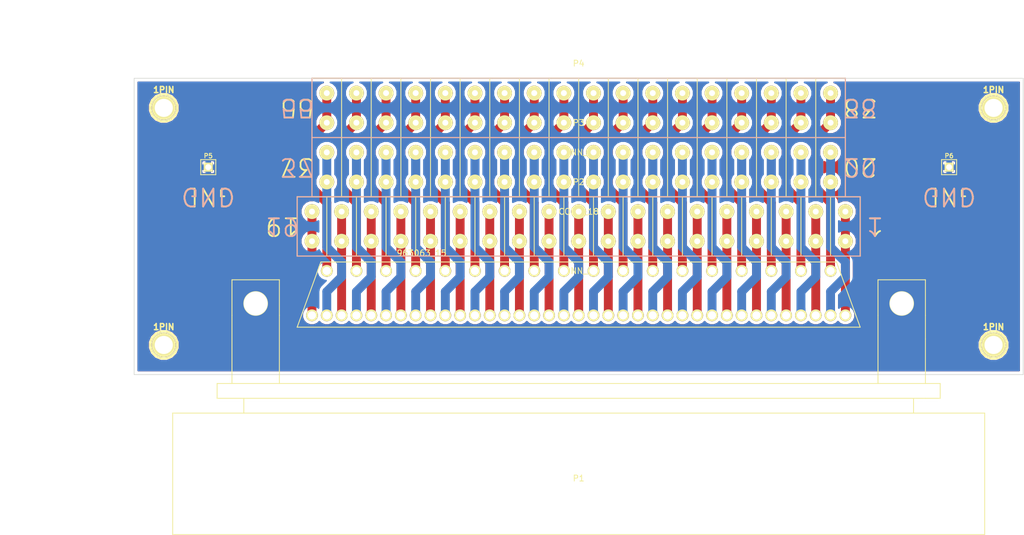
<source format=kicad_pcb>
(kicad_pcb (version 3) (host pcbnew "(2013-07-07 BZR 4022)-stable")

  (general
    (links 111)
    (no_connects 2)
    (area 122.428573 107.150001 295.050001 197.375001)
    (thickness 1.6)
    (drawings 32)
    (tracks 239)
    (zones 0)
    (modules 10)
    (nets 57)
  )

  (page A3)
  (layers
    (15 F.Cu signal)
    (0 B.Cu signal)
    (16 B.Adhes user)
    (17 F.Adhes user)
    (18 B.Paste user)
    (19 F.Paste user)
    (20 B.SilkS user)
    (21 F.SilkS user)
    (22 B.Mask user)
    (23 F.Mask user)
    (24 Dwgs.User user)
    (25 Cmts.User user)
    (26 Eco1.User user)
    (27 Eco2.User user)
    (28 Edge.Cuts user)
  )

  (setup
    (last_trace_width 0.3)
    (user_trace_width 0.3)
    (user_trace_width 0.5)
    (user_trace_width 0.6)
    (user_trace_width 0.7)
    (user_trace_width 0.8)
    (user_trace_width 0.9)
    (user_trace_width 1)
    (user_trace_width 1.5)
    (user_trace_width 2)
    (trace_clearance 0.3)
    (zone_clearance 0.5)
    (zone_45_only no)
    (trace_min 0.254)
    (segment_width 0.2)
    (edge_width 0.1)
    (via_size 0.889)
    (via_drill 0.635)
    (via_min_size 0.889)
    (via_min_drill 0.508)
    (uvia_size 0.508)
    (uvia_drill 0.127)
    (uvias_allowed no)
    (uvia_min_size 0.508)
    (uvia_min_drill 0.127)
    (pcb_text_width 0.3)
    (pcb_text_size 1.5 1.5)
    (mod_edge_width 0.15)
    (mod_text_size 1 1)
    (mod_text_width 0.15)
    (pad_size 4 4)
    (pad_drill 4)
    (pad_to_mask_clearance 0)
    (aux_axis_origin 0 0)
    (visible_elements 7FFFFFFF)
    (pcbplotparams
      (layerselection 3178497)
      (usegerberextensions true)
      (excludeedgelayer true)
      (linewidth 0.150000)
      (plotframeref false)
      (viasonmask false)
      (mode 1)
      (useauxorigin false)
      (hpglpennumber 1)
      (hpglpenspeed 20)
      (hpglpendiameter 15)
      (hpglpenoverlay 2)
      (psnegative false)
      (psa4output false)
      (plotreference true)
      (plotvalue true)
      (plotothertext true)
      (plotinvisibletext false)
      (padsonsilk false)
      (subtractmaskfromsilk false)
      (outputformat 1)
      (mirror false)
      (drillshape 1)
      (scaleselection 1)
      (outputdirectory ""))
  )

  (net 0 "")
  (net 1 GND)
  (net 2 N-000001)
  (net 3 N-0000010)
  (net 4 N-0000011)
  (net 5 N-0000012)
  (net 6 N-0000013)
  (net 7 N-0000014)
  (net 8 N-0000015)
  (net 9 N-0000016)
  (net 10 N-0000017)
  (net 11 N-0000018)
  (net 12 N-0000019)
  (net 13 N-000002)
  (net 14 N-0000020)
  (net 15 N-0000021)
  (net 16 N-0000022)
  (net 17 N-0000023)
  (net 18 N-0000024)
  (net 19 N-0000025)
  (net 20 N-0000026)
  (net 21 N-0000027)
  (net 22 N-0000028)
  (net 23 N-0000029)
  (net 24 N-000003)
  (net 25 N-0000030)
  (net 26 N-0000031)
  (net 27 N-0000032)
  (net 28 N-0000033)
  (net 29 N-0000034)
  (net 30 N-0000035)
  (net 31 N-0000036)
  (net 32 N-0000037)
  (net 33 N-0000038)
  (net 34 N-0000039)
  (net 35 N-000004)
  (net 36 N-0000040)
  (net 37 N-0000041)
  (net 38 N-0000042)
  (net 39 N-0000043)
  (net 40 N-0000044)
  (net 41 N-0000046)
  (net 42 N-0000047)
  (net 43 N-0000048)
  (net 44 N-0000049)
  (net 45 N-000005)
  (net 46 N-0000050)
  (net 47 N-0000051)
  (net 48 N-0000052)
  (net 49 N-0000053)
  (net 50 N-0000054)
  (net 51 N-0000055)
  (net 52 N-0000056)
  (net 53 N-000006)
  (net 54 N-000007)
  (net 55 N-000008)
  (net 56 N-000009)

  (net_class Default "Это класс цепей по умолчанию."
    (clearance 0.3)
    (trace_width 0.3)
    (via_dia 0.889)
    (via_drill 0.635)
    (uvia_dia 0.508)
    (uvia_drill 0.127)
    (add_net "")
    (add_net GND)
    (add_net N-000001)
    (add_net N-0000010)
    (add_net N-0000011)
    (add_net N-0000012)
    (add_net N-0000013)
    (add_net N-0000014)
    (add_net N-0000015)
    (add_net N-0000016)
    (add_net N-0000017)
    (add_net N-0000018)
    (add_net N-0000019)
    (add_net N-000002)
    (add_net N-0000020)
    (add_net N-0000021)
    (add_net N-0000022)
    (add_net N-0000023)
    (add_net N-0000024)
    (add_net N-0000025)
    (add_net N-0000026)
    (add_net N-0000027)
    (add_net N-0000028)
    (add_net N-0000029)
    (add_net N-000003)
    (add_net N-0000030)
    (add_net N-0000031)
    (add_net N-0000032)
    (add_net N-0000033)
    (add_net N-0000034)
    (add_net N-0000035)
    (add_net N-0000036)
    (add_net N-0000037)
    (add_net N-0000038)
    (add_net N-0000039)
    (add_net N-000004)
    (add_net N-0000040)
    (add_net N-0000041)
    (add_net N-0000042)
    (add_net N-0000043)
    (add_net N-0000044)
    (add_net N-0000046)
    (add_net N-0000047)
    (add_net N-0000048)
    (add_net N-0000049)
    (add_net N-000005)
    (add_net N-0000050)
    (add_net N-0000051)
    (add_net N-0000052)
    (add_net N-0000053)
    (add_net N-0000054)
    (add_net N-0000055)
    (add_net N-0000056)
    (add_net N-000006)
    (add_net N-000007)
    (add_net N-000008)
    (add_net N-000009)
  )

  (module CON19X5 (layer F.Cu) (tedit 5421128E) (tstamp 54212E41)
    (at 220 145 180)
    (path /542111C2)
    (fp_text reference P2 (at 0 7.5 180) (layer F.SilkS)
      (effects (font (size 1 1) (thickness 0.15)))
    )
    (fp_text value CONN_19 (at 0 -7.5 180) (layer F.SilkS)
      (effects (font (size 1 1) (thickness 0.15)))
    )
    (fp_line (start -22.5 -5) (end -22.5 5) (layer F.SilkS) (width 0.15))
    (fp_line (start -22.5 5) (end -17.5 5) (layer F.SilkS) (width 0.15))
    (fp_line (start -17.5 5) (end -17.5 -5) (layer F.SilkS) (width 0.15))
    (fp_line (start -17.5 -5) (end -12.5 -5) (layer F.SilkS) (width 0.15))
    (fp_line (start -12.5 -5) (end -12.5 5) (layer F.SilkS) (width 0.15))
    (fp_line (start -12.5 5) (end -7.5 5) (layer F.SilkS) (width 0.15))
    (fp_line (start -7.5 5) (end -7.5 -5) (layer F.SilkS) (width 0.15))
    (fp_line (start -7.5 -5) (end -2.5 -5) (layer F.SilkS) (width 0.15))
    (fp_line (start -2.5 -5) (end -2.5 5) (layer F.SilkS) (width 0.15))
    (fp_line (start -2.5 5) (end 2.5 5) (layer F.SilkS) (width 0.15))
    (fp_line (start 2.5 5) (end 2.5 -5) (layer F.SilkS) (width 0.15))
    (fp_line (start 2.5 -5) (end 7.5 -5) (layer F.SilkS) (width 0.15))
    (fp_line (start 7.5 -5) (end 7.5 5) (layer F.SilkS) (width 0.15))
    (fp_line (start 7.5 5) (end 12.5 5) (layer F.SilkS) (width 0.15))
    (fp_line (start 12.5 5) (end 12.5 -5) (layer F.SilkS) (width 0.15))
    (fp_line (start 12.5 -5) (end 17.5 -5) (layer F.SilkS) (width 0.15))
    (fp_line (start 17.5 -5) (end 17.5 5) (layer F.SilkS) (width 0.15))
    (fp_line (start 17.5 5) (end 22.5 5) (layer F.SilkS) (width 0.15))
    (fp_line (start 22.5 5) (end 22.5 -5) (layer F.SilkS) (width 0.15))
    (fp_line (start 22.5 -5) (end 27.5 -5) (layer F.SilkS) (width 0.15))
    (fp_line (start 27.5 -5) (end 27.5 5) (layer F.SilkS) (width 0.15))
    (fp_line (start 27.5 5) (end 32.5 5) (layer F.SilkS) (width 0.15))
    (fp_line (start 32.5 5) (end 32.5 -5) (layer F.SilkS) (width 0.15))
    (fp_line (start 32.5 -5) (end 37.5 -5) (layer F.SilkS) (width 0.15))
    (fp_line (start 37.5 -5) (end 37.5 5) (layer F.SilkS) (width 0.15))
    (fp_line (start 37.5 5) (end 42.5 5) (layer F.SilkS) (width 0.15))
    (fp_line (start 42.5 5) (end 42.5 -5) (layer F.SilkS) (width 0.15))
    (fp_line (start -27.5 5) (end -27.5 -5) (layer F.SilkS) (width 0.15))
    (fp_line (start -32.5 -5) (end -32.5 5) (layer F.SilkS) (width 0.15))
    (fp_line (start -37.5 5) (end -37.5 -5) (layer F.SilkS) (width 0.15))
    (fp_line (start -42.5 -5) (end -42.5 5) (layer F.SilkS) (width 0.15))
    (fp_line (start -47.5 -5) (end -47.5 5) (layer F.SilkS) (width 0.15))
    (fp_line (start -47.5 5) (end 47.5 5) (layer F.SilkS) (width 0.15))
    (fp_line (start 47.5 5) (end 47.5 -5) (layer F.SilkS) (width 0.15))
    (fp_line (start 47.5 -5) (end -47.5 -5) (layer F.SilkS) (width 0.15))
    (pad 1 thru_hole circle (at -45 2.5 180) (size 2.5 2.5) (drill 1)
      (layers *.Cu *.Mask F.SilkS)
      (net 13 N-000002)
    )
    (pad 2 thru_hole circle (at -40 2.5 180) (size 2.5 2.5) (drill 1)
      (layers *.Cu *.Mask F.SilkS)
      (net 24 N-000003)
    )
    (pad 3 thru_hole circle (at -35 2.5 180) (size 2.5 2.5) (drill 1)
      (layers *.Cu *.Mask F.SilkS)
      (net 35 N-000004)
    )
    (pad 4 thru_hole circle (at -30 2.5 180) (size 2.5 2.5) (drill 1)
      (layers *.Cu *.Mask F.SilkS)
      (net 45 N-000005)
    )
    (pad 5 thru_hole circle (at -25 2.5 180) (size 2.5 2.5) (drill 1)
      (layers *.Cu *.Mask F.SilkS)
      (net 53 N-000006)
    )
    (pad 6 thru_hole circle (at -20 2.5 180) (size 2.5 2.5) (drill 1)
      (layers *.Cu *.Mask F.SilkS)
      (net 54 N-000007)
    )
    (pad 7 thru_hole circle (at -15 2.5 180) (size 2.5 2.5) (drill 1)
      (layers *.Cu *.Mask F.SilkS)
      (net 55 N-000008)
    )
    (pad 8 thru_hole circle (at -10 2.5 180) (size 2.5 2.5) (drill 1)
      (layers *.Cu *.Mask F.SilkS)
      (net 56 N-000009)
    )
    (pad 9 thru_hole circle (at -5 2.5 180) (size 2.5 2.5) (drill 1)
      (layers *.Cu *.Mask F.SilkS)
      (net 3 N-0000010)
    )
    (pad 10 thru_hole circle (at 0 2.5 180) (size 2.5 2.5) (drill 1)
      (layers *.Cu *.Mask F.SilkS)
      (net 4 N-0000011)
    )
    (pad 11 thru_hole circle (at 5 2.5 180) (size 2.5 2.5) (drill 1)
      (layers *.Cu *.Mask F.SilkS)
      (net 2 N-000001)
    )
    (pad 12 thru_hole circle (at 10 2.5 180) (size 2.5 2.5) (drill 1)
      (layers *.Cu *.Mask F.SilkS)
      (net 6 N-0000013)
    )
    (pad 13 thru_hole circle (at 15 2.5 180) (size 2.5 2.5) (drill 1)
      (layers *.Cu *.Mask F.SilkS)
      (net 7 N-0000014)
    )
    (pad 14 thru_hole circle (at 20 2.5 180) (size 2.5 2.5) (drill 1)
      (layers *.Cu *.Mask F.SilkS)
      (net 8 N-0000015)
    )
    (pad 15 thru_hole circle (at 25 2.5 180) (size 2.5 2.5) (drill 1)
      (layers *.Cu *.Mask F.SilkS)
      (net 9 N-0000016)
    )
    (pad 16 thru_hole circle (at 30 2.5 180) (size 2.5 2.5) (drill 1)
      (layers *.Cu *.Mask F.SilkS)
      (net 10 N-0000017)
    )
    (pad 17 thru_hole circle (at 35 2.5 180) (size 2.5 2.5) (drill 1)
      (layers *.Cu *.Mask F.SilkS)
      (net 11 N-0000018)
    )
    (pad 18 thru_hole circle (at 40 2.5 180) (size 2.5 2.5) (drill 1)
      (layers *.Cu *.Mask F.SilkS)
      (net 12 N-0000019)
    )
    (pad 19 thru_hole circle (at 45 2.5 180) (size 2.5 2.5) (drill 1)
      (layers *.Cu *.Mask F.SilkS)
      (net 14 N-0000020)
    )
    (pad 1 thru_hole circle (at -45 -2.5 180) (size 2.5 2.5) (drill 1)
      (layers *.Cu *.Mask F.SilkS)
      (net 13 N-000002)
    )
    (pad 2 thru_hole circle (at -40 -2.5 180) (size 2.5 2.5) (drill 1)
      (layers *.Cu *.Mask F.SilkS)
      (net 24 N-000003)
    )
    (pad 3 thru_hole circle (at -35 -2.5 180) (size 2.5 2.5) (drill 1)
      (layers *.Cu *.Mask F.SilkS)
      (net 35 N-000004)
    )
    (pad 4 thru_hole circle (at -30 -2.5 180) (size 2.5 2.5) (drill 1)
      (layers *.Cu *.Mask F.SilkS)
      (net 45 N-000005)
    )
    (pad 5 thru_hole circle (at -25 -2.5 180) (size 2.5 2.5) (drill 1)
      (layers *.Cu *.Mask F.SilkS)
      (net 53 N-000006)
    )
    (pad 6 thru_hole circle (at -20 -2.5 180) (size 2.5 2.5) (drill 1)
      (layers *.Cu *.Mask F.SilkS)
      (net 54 N-000007)
    )
    (pad 7 thru_hole circle (at -15 -2.5 180) (size 2.5 2.5) (drill 1)
      (layers *.Cu *.Mask F.SilkS)
      (net 55 N-000008)
    )
    (pad 8 thru_hole circle (at -10 -2.5 180) (size 2.5 2.5) (drill 1)
      (layers *.Cu *.Mask F.SilkS)
      (net 56 N-000009)
    )
    (pad 9 thru_hole circle (at -5 -2.5 180) (size 2.5 2.5) (drill 1)
      (layers *.Cu *.Mask F.SilkS)
      (net 3 N-0000010)
    )
    (pad 10 thru_hole circle (at 0 -2.5 180) (size 2.5 2.5) (drill 1)
      (layers *.Cu *.Mask F.SilkS)
      (net 4 N-0000011)
    )
    (pad 11 thru_hole circle (at 5 -2.5 180) (size 2.5 2.5) (drill 1)
      (layers *.Cu *.Mask F.SilkS)
      (net 2 N-000001)
    )
    (pad 12 thru_hole circle (at 10 -2.5 180) (size 2.5 2.5) (drill 1)
      (layers *.Cu *.Mask F.SilkS)
      (net 6 N-0000013)
    )
    (pad 13 thru_hole circle (at 15 -2.5 180) (size 2.5 2.5) (drill 1)
      (layers *.Cu *.Mask F.SilkS)
      (net 7 N-0000014)
    )
    (pad 14 thru_hole circle (at 20 -2.5 180) (size 2.5 2.5) (drill 1)
      (layers *.Cu *.Mask F.SilkS)
      (net 8 N-0000015)
    )
    (pad 15 thru_hole circle (at 25 -2.5 180) (size 2.5 2.5) (drill 1)
      (layers *.Cu *.Mask F.SilkS)
      (net 9 N-0000016)
    )
    (pad 16 thru_hole circle (at 30 -2.5 180) (size 2.5 2.5) (drill 1)
      (layers *.Cu *.Mask F.SilkS)
      (net 10 N-0000017)
    )
    (pad 17 thru_hole circle (at 35 -2.5 180) (size 2.5 2.5) (drill 1)
      (layers *.Cu *.Mask F.SilkS)
      (net 11 N-0000018)
    )
    (pad 18 thru_hole circle (at 40 -2.5 180) (size 2.5 2.5) (drill 1)
      (layers *.Cu *.Mask F.SilkS)
      (net 12 N-0000019)
    )
    (pad 19 thru_hole circle (at 45 -2.5 180) (size 2.5 2.5) (drill 1)
      (layers *.Cu *.Mask F.SilkS)
      (net 14 N-0000020)
    )
  )

  (module CON18X5 (layer F.Cu) (tedit 5421131E) (tstamp 54212E8B)
    (at 220 135 180)
    (path /54211270)
    (fp_text reference P3 (at 0 7.5 180) (layer F.SilkS)
      (effects (font (size 1 1) (thickness 0.15)))
    )
    (fp_text value CONN_18 (at 0 -7.5 180) (layer F.SilkS)
      (effects (font (size 1 1) (thickness 0.15)))
    )
    (fp_line (start -45 -5) (end 45 -5) (layer F.SilkS) (width 0.15))
    (fp_line (start -45 5) (end 45 5) (layer F.SilkS) (width 0.15))
    (fp_line (start -20 -5) (end -20 5) (layer F.SilkS) (width 0.15))
    (fp_line (start -20 5) (end -15 5) (layer F.SilkS) (width 0.15))
    (fp_line (start -15 5) (end -15 -5) (layer F.SilkS) (width 0.15))
    (fp_line (start -15 -5) (end -10 -5) (layer F.SilkS) (width 0.15))
    (fp_line (start -10 -5) (end -10 5) (layer F.SilkS) (width 0.15))
    (fp_line (start -10 5) (end -5 5) (layer F.SilkS) (width 0.15))
    (fp_line (start -5 5) (end -5 -5) (layer F.SilkS) (width 0.15))
    (fp_line (start -5 -5) (end 0 -5) (layer F.SilkS) (width 0.15))
    (fp_line (start 0 -5) (end 0 5) (layer F.SilkS) (width 0.15))
    (fp_line (start 0 5) (end 5 5) (layer F.SilkS) (width 0.15))
    (fp_line (start 5 5) (end 5 -5) (layer F.SilkS) (width 0.15))
    (fp_line (start 5 -5) (end 10 -5) (layer F.SilkS) (width 0.15))
    (fp_line (start 10 -5) (end 10 5) (layer F.SilkS) (width 0.15))
    (fp_line (start 10 5) (end 15 5) (layer F.SilkS) (width 0.15))
    (fp_line (start 15 5) (end 15 -5) (layer F.SilkS) (width 0.15))
    (fp_line (start 15 -5) (end 20 -5) (layer F.SilkS) (width 0.15))
    (fp_line (start 20 -5) (end 20 5) (layer F.SilkS) (width 0.15))
    (fp_line (start 20 5) (end 25 5) (layer F.SilkS) (width 0.15))
    (fp_line (start 25 5) (end 25 -5) (layer F.SilkS) (width 0.15))
    (fp_line (start 25 -5) (end 30 -5) (layer F.SilkS) (width 0.15))
    (fp_line (start 30 -5) (end 30 5) (layer F.SilkS) (width 0.15))
    (fp_line (start 30 5) (end 35 5) (layer F.SilkS) (width 0.15))
    (fp_line (start 35 5) (end 35 -5) (layer F.SilkS) (width 0.15))
    (fp_line (start 35 -5) (end 40 -5) (layer F.SilkS) (width 0.15))
    (fp_line (start 40 -5) (end 40 5) (layer F.SilkS) (width 0.15))
    (fp_line (start 40 5) (end 45 5) (layer F.SilkS) (width 0.15))
    (fp_line (start 45 5) (end 45 -5) (layer F.SilkS) (width 0.15))
    (fp_line (start -25 5) (end -25 -5) (layer F.SilkS) (width 0.15))
    (fp_line (start -30 -5) (end -30 5) (layer F.SilkS) (width 0.15))
    (fp_line (start -35 5) (end -35 -5) (layer F.SilkS) (width 0.15))
    (fp_line (start -40 -5) (end -40 5) (layer F.SilkS) (width 0.15))
    (fp_line (start -45 -5) (end -45 5) (layer F.SilkS) (width 0.15))
    (pad 1 thru_hole circle (at -42.5 2.5 180) (size 2.5 2.5) (drill 1)
      (layers *.Cu *.Mask F.SilkS)
      (net 15 N-0000021)
    )
    (pad 2 thru_hole circle (at -37.5 2.5 180) (size 2.5 2.5) (drill 1)
      (layers *.Cu *.Mask F.SilkS)
      (net 16 N-0000022)
    )
    (pad 3 thru_hole circle (at -32.5 2.5 180) (size 2.5 2.5) (drill 1)
      (layers *.Cu *.Mask F.SilkS)
      (net 29 N-0000034)
    )
    (pad 4 thru_hole circle (at -27.5 2.5 180) (size 2.5 2.5) (drill 1)
      (layers *.Cu *.Mask F.SilkS)
      (net 42 N-0000047)
    )
    (pad 5 thru_hole circle (at -22.5 2.5 180) (size 2.5 2.5) (drill 1)
      (layers *.Cu *.Mask F.SilkS)
      (net 43 N-0000048)
    )
    (pad 6 thru_hole circle (at -17.5 2.5 180) (size 2.5 2.5) (drill 1)
      (layers *.Cu *.Mask F.SilkS)
      (net 44 N-0000049)
    )
    (pad 7 thru_hole circle (at -12.5 2.5 180) (size 2.5 2.5) (drill 1)
      (layers *.Cu *.Mask F.SilkS)
      (net 46 N-0000050)
    )
    (pad 8 thru_hole circle (at -7.5 2.5 180) (size 2.5 2.5) (drill 1)
      (layers *.Cu *.Mask F.SilkS)
      (net 47 N-0000051)
    )
    (pad 9 thru_hole circle (at -2.5 2.5 180) (size 2.5 2.5) (drill 1)
      (layers *.Cu *.Mask F.SilkS)
      (net 48 N-0000052)
    )
    (pad 10 thru_hole circle (at 2.5 2.5 180) (size 2.5 2.5) (drill 1)
      (layers *.Cu *.Mask F.SilkS)
      (net 49 N-0000053)
    )
    (pad 11 thru_hole circle (at 7.5 2.5 180) (size 2.5 2.5) (drill 1)
      (layers *.Cu *.Mask F.SilkS)
      (net 50 N-0000054)
    )
    (pad 12 thru_hole circle (at 12.5 2.5 180) (size 2.5 2.5) (drill 1)
      (layers *.Cu *.Mask F.SilkS)
      (net 51 N-0000055)
    )
    (pad 13 thru_hole circle (at 17.5 2.5 180) (size 2.5 2.5) (drill 1)
      (layers *.Cu *.Mask F.SilkS)
      (net 52 N-0000056)
    )
    (pad 14 thru_hole circle (at 22.5 2.5 180) (size 2.5 2.5) (drill 1)
      (layers *.Cu *.Mask F.SilkS)
      (net 41 N-0000046)
    )
    (pad 15 thru_hole circle (at 27.5 2.5 180) (size 2.5 2.5) (drill 1)
      (layers *.Cu *.Mask F.SilkS)
      (net 18 N-0000024)
    )
    (pad 16 thru_hole circle (at 32.5 2.5 180) (size 2.5 2.5) (drill 1)
      (layers *.Cu *.Mask F.SilkS)
      (net 19 N-0000025)
    )
    (pad 17 thru_hole circle (at 37.5 2.5 180) (size 2.5 2.5) (drill 1)
      (layers *.Cu *.Mask F.SilkS)
      (net 20 N-0000026)
    )
    (pad 18 thru_hole circle (at 42.5 2.5 180) (size 2.5 2.5) (drill 1)
      (layers *.Cu *.Mask F.SilkS)
      (net 21 N-0000027)
    )
    (pad 1 thru_hole circle (at -42.5 -2.5 180) (size 2.5 2.5) (drill 1)
      (layers *.Cu *.Mask F.SilkS)
      (net 15 N-0000021)
    )
    (pad 2 thru_hole circle (at -37.5 -2.5 180) (size 2.5 2.5) (drill 1)
      (layers *.Cu *.Mask F.SilkS)
      (net 16 N-0000022)
    )
    (pad 3 thru_hole circle (at -32.5 -2.5 180) (size 2.5 2.5) (drill 1)
      (layers *.Cu *.Mask F.SilkS)
      (net 29 N-0000034)
    )
    (pad 4 thru_hole circle (at -27.5 -2.5 180) (size 2.5 2.5) (drill 1)
      (layers *.Cu *.Mask F.SilkS)
      (net 42 N-0000047)
    )
    (pad 5 thru_hole circle (at -22.5 -2.5 180) (size 2.5 2.5) (drill 1)
      (layers *.Cu *.Mask F.SilkS)
      (net 43 N-0000048)
    )
    (pad 6 thru_hole circle (at -17.5 -2.5 180) (size 2.5 2.5) (drill 1)
      (layers *.Cu *.Mask F.SilkS)
      (net 44 N-0000049)
    )
    (pad 7 thru_hole circle (at -12.5 -2.5 180) (size 2.5 2.5) (drill 1)
      (layers *.Cu *.Mask F.SilkS)
      (net 46 N-0000050)
    )
    (pad 8 thru_hole circle (at -7.5 -2.5 180) (size 2.5 2.5) (drill 1)
      (layers *.Cu *.Mask F.SilkS)
      (net 47 N-0000051)
    )
    (pad 9 thru_hole circle (at -2.5 -2.5 180) (size 2.5 2.5) (drill 1)
      (layers *.Cu *.Mask F.SilkS)
      (net 48 N-0000052)
    )
    (pad 10 thru_hole circle (at 2.5 -2.5 180) (size 2.5 2.5) (drill 1)
      (layers *.Cu *.Mask F.SilkS)
      (net 49 N-0000053)
    )
    (pad 11 thru_hole circle (at 7.5 -2.5 180) (size 2.5 2.5) (drill 1)
      (layers *.Cu *.Mask F.SilkS)
      (net 50 N-0000054)
    )
    (pad 12 thru_hole circle (at 12.5 -2.5 180) (size 2.5 2.5) (drill 1)
      (layers *.Cu *.Mask F.SilkS)
      (net 51 N-0000055)
    )
    (pad 13 thru_hole circle (at 17.5 -2.5 180) (size 2.5 2.5) (drill 1)
      (layers *.Cu *.Mask F.SilkS)
      (net 52 N-0000056)
    )
    (pad 14 thru_hole circle (at 22.5 -2.5 180) (size 2.5 2.5) (drill 1)
      (layers *.Cu *.Mask F.SilkS)
      (net 41 N-0000046)
    )
    (pad 15 thru_hole circle (at 27.5 -2.5 180) (size 2.5 2.5) (drill 1)
      (layers *.Cu *.Mask F.SilkS)
      (net 18 N-0000024)
    )
    (pad 16 thru_hole circle (at 32.5 -2.5 180) (size 2.5 2.5) (drill 1)
      (layers *.Cu *.Mask F.SilkS)
      (net 19 N-0000025)
    )
    (pad 17 thru_hole circle (at 37.5 -2.5 180) (size 2.5 2.5) (drill 1)
      (layers *.Cu *.Mask F.SilkS)
      (net 20 N-0000026)
    )
    (pad 18 thru_hole circle (at 42.5 -2.5 180) (size 2.5 2.5) (drill 1)
      (layers *.Cu *.Mask F.SilkS)
      (net 21 N-0000027)
    )
  )

  (module CON18X5 (layer F.Cu) (tedit 5421131E) (tstamp 54212ED5)
    (at 220 125 180)
    (path /5421127F)
    (fp_text reference P4 (at 0 7.5 180) (layer F.SilkS)
      (effects (font (size 1 1) (thickness 0.15)))
    )
    (fp_text value CONN_18 (at 0 -7.5 180) (layer F.SilkS)
      (effects (font (size 1 1) (thickness 0.15)))
    )
    (fp_line (start -45 -5) (end 45 -5) (layer F.SilkS) (width 0.15))
    (fp_line (start -45 5) (end 45 5) (layer F.SilkS) (width 0.15))
    (fp_line (start -20 -5) (end -20 5) (layer F.SilkS) (width 0.15))
    (fp_line (start -20 5) (end -15 5) (layer F.SilkS) (width 0.15))
    (fp_line (start -15 5) (end -15 -5) (layer F.SilkS) (width 0.15))
    (fp_line (start -15 -5) (end -10 -5) (layer F.SilkS) (width 0.15))
    (fp_line (start -10 -5) (end -10 5) (layer F.SilkS) (width 0.15))
    (fp_line (start -10 5) (end -5 5) (layer F.SilkS) (width 0.15))
    (fp_line (start -5 5) (end -5 -5) (layer F.SilkS) (width 0.15))
    (fp_line (start -5 -5) (end 0 -5) (layer F.SilkS) (width 0.15))
    (fp_line (start 0 -5) (end 0 5) (layer F.SilkS) (width 0.15))
    (fp_line (start 0 5) (end 5 5) (layer F.SilkS) (width 0.15))
    (fp_line (start 5 5) (end 5 -5) (layer F.SilkS) (width 0.15))
    (fp_line (start 5 -5) (end 10 -5) (layer F.SilkS) (width 0.15))
    (fp_line (start 10 -5) (end 10 5) (layer F.SilkS) (width 0.15))
    (fp_line (start 10 5) (end 15 5) (layer F.SilkS) (width 0.15))
    (fp_line (start 15 5) (end 15 -5) (layer F.SilkS) (width 0.15))
    (fp_line (start 15 -5) (end 20 -5) (layer F.SilkS) (width 0.15))
    (fp_line (start 20 -5) (end 20 5) (layer F.SilkS) (width 0.15))
    (fp_line (start 20 5) (end 25 5) (layer F.SilkS) (width 0.15))
    (fp_line (start 25 5) (end 25 -5) (layer F.SilkS) (width 0.15))
    (fp_line (start 25 -5) (end 30 -5) (layer F.SilkS) (width 0.15))
    (fp_line (start 30 -5) (end 30 5) (layer F.SilkS) (width 0.15))
    (fp_line (start 30 5) (end 35 5) (layer F.SilkS) (width 0.15))
    (fp_line (start 35 5) (end 35 -5) (layer F.SilkS) (width 0.15))
    (fp_line (start 35 -5) (end 40 -5) (layer F.SilkS) (width 0.15))
    (fp_line (start 40 -5) (end 40 5) (layer F.SilkS) (width 0.15))
    (fp_line (start 40 5) (end 45 5) (layer F.SilkS) (width 0.15))
    (fp_line (start 45 5) (end 45 -5) (layer F.SilkS) (width 0.15))
    (fp_line (start -25 5) (end -25 -5) (layer F.SilkS) (width 0.15))
    (fp_line (start -30 -5) (end -30 5) (layer F.SilkS) (width 0.15))
    (fp_line (start -35 5) (end -35 -5) (layer F.SilkS) (width 0.15))
    (fp_line (start -40 -5) (end -40 5) (layer F.SilkS) (width 0.15))
    (fp_line (start -45 -5) (end -45 5) (layer F.SilkS) (width 0.15))
    (pad 1 thru_hole circle (at -42.5 2.5 180) (size 2.5 2.5) (drill 1)
      (layers *.Cu *.Mask F.SilkS)
      (net 22 N-0000028)
    )
    (pad 2 thru_hole circle (at -37.5 2.5 180) (size 2.5 2.5) (drill 1)
      (layers *.Cu *.Mask F.SilkS)
      (net 23 N-0000029)
    )
    (pad 3 thru_hole circle (at -32.5 2.5 180) (size 2.5 2.5) (drill 1)
      (layers *.Cu *.Mask F.SilkS)
      (net 25 N-0000030)
    )
    (pad 4 thru_hole circle (at -27.5 2.5 180) (size 2.5 2.5) (drill 1)
      (layers *.Cu *.Mask F.SilkS)
      (net 26 N-0000031)
    )
    (pad 5 thru_hole circle (at -22.5 2.5 180) (size 2.5 2.5) (drill 1)
      (layers *.Cu *.Mask F.SilkS)
      (net 27 N-0000032)
    )
    (pad 6 thru_hole circle (at -17.5 2.5 180) (size 2.5 2.5) (drill 1)
      (layers *.Cu *.Mask F.SilkS)
      (net 28 N-0000033)
    )
    (pad 7 thru_hole circle (at -12.5 2.5 180) (size 2.5 2.5) (drill 1)
      (layers *.Cu *.Mask F.SilkS)
      (net 17 N-0000023)
    )
    (pad 8 thru_hole circle (at -7.5 2.5 180) (size 2.5 2.5) (drill 1)
      (layers *.Cu *.Mask F.SilkS)
      (net 30 N-0000035)
    )
    (pad 9 thru_hole circle (at -2.5 2.5 180) (size 2.5 2.5) (drill 1)
      (layers *.Cu *.Mask F.SilkS)
      (net 31 N-0000036)
    )
    (pad 10 thru_hole circle (at 2.5 2.5 180) (size 2.5 2.5) (drill 1)
      (layers *.Cu *.Mask F.SilkS)
      (net 32 N-0000037)
    )
    (pad 11 thru_hole circle (at 7.5 2.5 180) (size 2.5 2.5) (drill 1)
      (layers *.Cu *.Mask F.SilkS)
      (net 33 N-0000038)
    )
    (pad 12 thru_hole circle (at 12.5 2.5 180) (size 2.5 2.5) (drill 1)
      (layers *.Cu *.Mask F.SilkS)
      (net 34 N-0000039)
    )
    (pad 13 thru_hole circle (at 17.5 2.5 180) (size 2.5 2.5) (drill 1)
      (layers *.Cu *.Mask F.SilkS)
      (net 36 N-0000040)
    )
    (pad 14 thru_hole circle (at 22.5 2.5 180) (size 2.5 2.5) (drill 1)
      (layers *.Cu *.Mask F.SilkS)
      (net 37 N-0000041)
    )
    (pad 15 thru_hole circle (at 27.5 2.5 180) (size 2.5 2.5) (drill 1)
      (layers *.Cu *.Mask F.SilkS)
      (net 38 N-0000042)
    )
    (pad 16 thru_hole circle (at 32.5 2.5 180) (size 2.5 2.5) (drill 1)
      (layers *.Cu *.Mask F.SilkS)
      (net 39 N-0000043)
    )
    (pad 17 thru_hole circle (at 37.5 2.5 180) (size 2.5 2.5) (drill 1)
      (layers *.Cu *.Mask F.SilkS)
      (net 40 N-0000044)
    )
    (pad 18 thru_hole circle (at 42.5 2.5 180) (size 2.5 2.5) (drill 1)
      (layers *.Cu *.Mask F.SilkS)
      (net 5 N-0000012)
    )
    (pad 1 thru_hole circle (at -42.5 -2.5 180) (size 2.5 2.5) (drill 1)
      (layers *.Cu *.Mask F.SilkS)
      (net 22 N-0000028)
    )
    (pad 2 thru_hole circle (at -37.5 -2.5 180) (size 2.5 2.5) (drill 1)
      (layers *.Cu *.Mask F.SilkS)
      (net 23 N-0000029)
    )
    (pad 3 thru_hole circle (at -32.5 -2.5 180) (size 2.5 2.5) (drill 1)
      (layers *.Cu *.Mask F.SilkS)
      (net 25 N-0000030)
    )
    (pad 4 thru_hole circle (at -27.5 -2.5 180) (size 2.5 2.5) (drill 1)
      (layers *.Cu *.Mask F.SilkS)
      (net 26 N-0000031)
    )
    (pad 5 thru_hole circle (at -22.5 -2.5 180) (size 2.5 2.5) (drill 1)
      (layers *.Cu *.Mask F.SilkS)
      (net 27 N-0000032)
    )
    (pad 6 thru_hole circle (at -17.5 -2.5 180) (size 2.5 2.5) (drill 1)
      (layers *.Cu *.Mask F.SilkS)
      (net 28 N-0000033)
    )
    (pad 7 thru_hole circle (at -12.5 -2.5 180) (size 2.5 2.5) (drill 1)
      (layers *.Cu *.Mask F.SilkS)
      (net 17 N-0000023)
    )
    (pad 8 thru_hole circle (at -7.5 -2.5 180) (size 2.5 2.5) (drill 1)
      (layers *.Cu *.Mask F.SilkS)
      (net 30 N-0000035)
    )
    (pad 9 thru_hole circle (at -2.5 -2.5 180) (size 2.5 2.5) (drill 1)
      (layers *.Cu *.Mask F.SilkS)
      (net 31 N-0000036)
    )
    (pad 10 thru_hole circle (at 2.5 -2.5 180) (size 2.5 2.5) (drill 1)
      (layers *.Cu *.Mask F.SilkS)
      (net 32 N-0000037)
    )
    (pad 11 thru_hole circle (at 7.5 -2.5 180) (size 2.5 2.5) (drill 1)
      (layers *.Cu *.Mask F.SilkS)
      (net 33 N-0000038)
    )
    (pad 12 thru_hole circle (at 12.5 -2.5 180) (size 2.5 2.5) (drill 1)
      (layers *.Cu *.Mask F.SilkS)
      (net 34 N-0000039)
    )
    (pad 13 thru_hole circle (at 17.5 -2.5 180) (size 2.5 2.5) (drill 1)
      (layers *.Cu *.Mask F.SilkS)
      (net 36 N-0000040)
    )
    (pad 14 thru_hole circle (at 22.5 -2.5 180) (size 2.5 2.5) (drill 1)
      (layers *.Cu *.Mask F.SilkS)
      (net 37 N-0000041)
    )
    (pad 15 thru_hole circle (at 27.5 -2.5 180) (size 2.5 2.5) (drill 1)
      (layers *.Cu *.Mask F.SilkS)
      (net 38 N-0000042)
    )
    (pad 16 thru_hole circle (at 32.5 -2.5 180) (size 2.5 2.5) (drill 1)
      (layers *.Cu *.Mask F.SilkS)
      (net 39 N-0000043)
    )
    (pad 17 thru_hole circle (at 37.5 -2.5 180) (size 2.5 2.5) (drill 1)
      (layers *.Cu *.Mask F.SilkS)
      (net 40 N-0000044)
    )
    (pad 18 thru_hole circle (at 42.5 -2.5 180) (size 2.5 2.5) (drill 1)
      (layers *.Cu *.Mask F.SilkS)
      (net 5 N-0000012)
    )
  )

  (module 1pin (layer F.Cu) (tedit 200000) (tstamp 5421474E)
    (at 290 125)
    (descr "module 1 pin (ou trou mecanique de percage)")
    (tags DEV)
    (path 1pin)
    (fp_text reference 1PIN (at 0 -3.048) (layer F.SilkS)
      (effects (font (size 1.016 1.016) (thickness 0.254)))
    )
    (fp_text value P*** (at 0 2.794) (layer F.SilkS) hide
      (effects (font (size 1.016 1.016) (thickness 0.254)))
    )
    (fp_circle (center 0 0) (end 0 -2.286) (layer F.SilkS) (width 0.381))
    (pad 1 thru_hole circle (at 0 0) (size 4.064 4.064) (drill 3.048)
      (layers *.Cu *.Mask F.SilkS)
    )
  )

  (module 1pin (layer F.Cu) (tedit 200000) (tstamp 54214759)
    (at 290 165)
    (descr "module 1 pin (ou trou mecanique de percage)")
    (tags DEV)
    (path 1pin)
    (fp_text reference 1PIN (at 0 -3.048) (layer F.SilkS)
      (effects (font (size 1.016 1.016) (thickness 0.254)))
    )
    (fp_text value P*** (at 0 2.794) (layer F.SilkS) hide
      (effects (font (size 1.016 1.016) (thickness 0.254)))
    )
    (fp_circle (center 0 0) (end 0 -2.286) (layer F.SilkS) (width 0.381))
    (pad 1 thru_hole circle (at 0 0) (size 4.064 4.064) (drill 3.048)
      (layers *.Cu *.Mask F.SilkS)
    )
  )

  (module 1pin (layer F.Cu) (tedit 200000) (tstamp 54214764)
    (at 150 165)
    (descr "module 1 pin (ou trou mecanique de percage)")
    (tags DEV)
    (path 1pin)
    (fp_text reference 1PIN (at 0 -3.048) (layer F.SilkS)
      (effects (font (size 1.016 1.016) (thickness 0.254)))
    )
    (fp_text value P*** (at 0 2.794) (layer F.SilkS) hide
      (effects (font (size 1.016 1.016) (thickness 0.254)))
    )
    (fp_circle (center 0 0) (end 0 -2.286) (layer F.SilkS) (width 0.381))
    (pad 1 thru_hole circle (at 0 0) (size 4.064 4.064) (drill 3.048)
      (layers *.Cu *.Mask F.SilkS)
    )
  )

  (module 1pin (layer F.Cu) (tedit 200000) (tstamp 5421476F)
    (at 150 125)
    (descr "module 1 pin (ou trou mecanique de percage)")
    (tags DEV)
    (path 1pin)
    (fp_text reference 1PIN (at 0 -3.048) (layer F.SilkS)
      (effects (font (size 1.016 1.016) (thickness 0.254)))
    )
    (fp_text value P*** (at 0 2.794) (layer F.SilkS) hide
      (effects (font (size 1.016 1.016) (thickness 0.254)))
    )
    (fp_circle (center 0 0) (end 0 -2.286) (layer F.SilkS) (width 0.381))
    (pad 1 thru_hole circle (at 0 0) (size 4.064 4.064) (drill 3.048)
      (layers *.Cu *.Mask F.SilkS)
    )
  )

  (module PIN_ARRAY_1 (layer F.Cu) (tedit 542125D8) (tstamp 5421477F)
    (at 157.5 135)
    (descr "1 pin")
    (tags "CONN DEV")
    (path /5421258F)
    (fp_text reference P5 (at 0 -1.905) (layer F.SilkS)
      (effects (font (size 0.762 0.762) (thickness 0.1524)))
    )
    (fp_text value CONN_1 (at 0 -1.905) (layer F.SilkS) hide
      (effects (font (size 0.762 0.762) (thickness 0.1524)))
    )
    (fp_line (start 1.27 1.27) (end -1.27 1.27) (layer F.SilkS) (width 0.1524))
    (fp_line (start -1.27 -1.27) (end 1.27 -1.27) (layer F.SilkS) (width 0.1524))
    (fp_line (start -1.27 1.27) (end -1.27 -1.27) (layer F.SilkS) (width 0.1524))
    (fp_line (start 1.27 -1.27) (end 1.27 1.27) (layer F.SilkS) (width 0.1524))
    (pad 1 thru_hole rect (at 0 0) (size 1.524 1.524) (drill 1.016)
      (layers *.Cu *.Mask F.SilkS)
      (net 1 GND)
    )
    (model pin_array\pin_1.wrl
      (at (xyz 0 0 0))
      (scale (xyz 1 1 1))
      (rotate (xyz 0 0 0))
    )
  )

  (module PIN_ARRAY_1 (layer F.Cu) (tedit 4E4E744E) (tstamp 542147A0)
    (at 282.5 135)
    (descr "1 pin")
    (tags "CONN DEV")
    (path /54212643)
    (fp_text reference P6 (at 0 -1.905) (layer F.SilkS)
      (effects (font (size 0.762 0.762) (thickness 0.1524)))
    )
    (fp_text value CONN_1 (at 0 -1.905) (layer F.SilkS) hide
      (effects (font (size 0.762 0.762) (thickness 0.1524)))
    )
    (fp_line (start 1.27 1.27) (end -1.27 1.27) (layer F.SilkS) (width 0.1524))
    (fp_line (start -1.27 -1.27) (end 1.27 -1.27) (layer F.SilkS) (width 0.1524))
    (fp_line (start -1.27 1.27) (end -1.27 -1.27) (layer F.SilkS) (width 0.1524))
    (fp_line (start 1.27 -1.27) (end 1.27 1.27) (layer F.SilkS) (width 0.1524))
    (pad 1 thru_hole rect (at 0 0) (size 1.524 1.524) (drill 1.016)
      (layers *.Cu *.Mask F.SilkS)
      (net 1 GND)
    )
    (model pin_array\pin_1.wrl
      (at (xyz 0 0 0))
      (scale (xyz 1 1 1))
      (rotate (xyz 0 0 0))
    )
  )

  (module 963063-15 (layer F.Cu) (tedit 542127FE) (tstamp 54212F31)
    (at 220 160)
    (path /542111B3)
    (fp_text reference P1 (at 0 27.5) (layer F.SilkS)
      (effects (font (size 1 1) (thickness 0.15)))
    )
    (fp_text value 963063_15 (at -26.5 -10.5) (layer F.SilkS)
      (effects (font (size 1 1) (thickness 0.15)))
    )
    (fp_line (start -56.5 16.5) (end -68.5 16.5) (layer F.SilkS) (width 0.15))
    (fp_line (start -68.5 16.5) (end -68.5 37) (layer F.SilkS) (width 0.15))
    (fp_line (start -68.5 37) (end 68.5 37) (layer F.SilkS) (width 0.15))
    (fp_line (start 68.5 37) (end 68.5 16.5) (layer F.SilkS) (width 0.15))
    (fp_line (start 68.5 16.5) (end 56.5 16.5) (layer F.SilkS) (width 0.15))
    (fp_line (start 56.5 14) (end 56.5 16.5) (layer F.SilkS) (width 0.15))
    (fp_line (start 56.5 16.5) (end -56.5 16.5) (layer F.SilkS) (width 0.15))
    (fp_line (start -56.5 16.5) (end -56.5 14) (layer F.SilkS) (width 0.15))
    (fp_line (start 50.5 0) (end 50.5 11.5) (layer F.SilkS) (width 0.15))
    (fp_line (start -50.5 0) (end -50.5 11.5) (layer F.SilkS) (width 0.15))
    (fp_line (start 58.5 11.5) (end -58.5 11.5) (layer F.SilkS) (width 0.15))
    (fp_line (start -58.5 0) (end -58.5 11.5) (layer F.SilkS) (width 0.15))
    (fp_line (start -58.5 11.5) (end -61 11.5) (layer F.SilkS) (width 0.15))
    (fp_line (start -61 11.5) (end -61 14) (layer F.SilkS) (width 0.15))
    (fp_line (start -61 14) (end 58.5 14) (layer F.SilkS) (width 0.15))
    (fp_line (start 58.5 14) (end 61 14) (layer F.SilkS) (width 0.15))
    (fp_line (start 61 14) (end 61 11.5) (layer F.SilkS) (width 0.15))
    (fp_line (start 61 11.5) (end 58.5 11.5) (layer F.SilkS) (width 0.15))
    (fp_line (start 58.5 11.5) (end 58.5 9.5) (layer F.SilkS) (width 0.15))
    (fp_line (start 58.5 9.5) (end 58.5 4) (layer F.SilkS) (width 0.15))
    (fp_line (start 58.5 4) (end 58.5 0) (layer F.SilkS) (width 0.15))
    (fp_line (start -50.5 0) (end -50.5 -6) (layer F.SilkS) (width 0.15))
    (fp_line (start -50.5 -6) (end -58.5 -6) (layer F.SilkS) (width 0.15))
    (fp_line (start -58.5 -6) (end -58.5 0) (layer F.SilkS) (width 0.15))
    (fp_line (start 50.5 0) (end 50.5 -6) (layer F.SilkS) (width 0.15))
    (fp_line (start 50.5 -6) (end 58.5 -6) (layer F.SilkS) (width 0.15))
    (fp_line (start 58.5 -6) (end 58.5 0) (layer F.SilkS) (width 0.15))
    (fp_circle (center -54.5 -2) (end -54.5 0) (layer F.SilkS) (width 0.15))
    (fp_circle (center 54.5 -2) (end 54.5 0) (layer F.SilkS) (width 0.15))
    (fp_line (start 43.5 -9) (end 47.5 2) (layer F.SilkS) (width 0.15))
    (fp_line (start 47.5 2) (end -47.5 2) (layer F.SilkS) (width 0.15))
    (fp_line (start -47.5 2) (end -43.5 -9) (layer F.SilkS) (width 0.15))
    (fp_line (start -43.5 -9) (end 43.5 -9) (layer F.SilkS) (width 0.15))
    (pad 1 thru_hole circle (at 45 0) (size 2 2) (drill 1.4)
      (layers *.Cu *.Mask F.SilkS)
      (net 13 N-000002)
    )
    (pad 2 thru_hole circle (at 40 0) (size 2 2) (drill 1.4)
      (layers *.Cu *.Mask F.SilkS)
      (net 24 N-000003)
    )
    (pad 3 thru_hole circle (at 35 0) (size 2 2) (drill 1.4)
      (layers *.Cu *.Mask F.SilkS)
      (net 35 N-000004)
    )
    (pad 4 thru_hole circle (at 30 0) (size 2 2) (drill 1.4)
      (layers *.Cu *.Mask F.SilkS)
      (net 45 N-000005)
    )
    (pad 5 thru_hole circle (at 25 0) (size 2 2) (drill 1.4)
      (layers *.Cu *.Mask F.SilkS)
      (net 53 N-000006)
    )
    (pad 6 thru_hole circle (at 20 0) (size 2 2) (drill 1.4)
      (layers *.Cu *.Mask F.SilkS)
      (net 54 N-000007)
    )
    (pad 7 thru_hole circle (at 15 0) (size 2 2) (drill 1.4)
      (layers *.Cu *.Mask F.SilkS)
      (net 55 N-000008)
    )
    (pad 8 thru_hole circle (at 10 0) (size 2 2) (drill 1.4)
      (layers *.Cu *.Mask F.SilkS)
      (net 56 N-000009)
    )
    (pad 9 thru_hole circle (at 5 0) (size 2 2) (drill 1.4)
      (layers *.Cu *.Mask F.SilkS)
      (net 3 N-0000010)
    )
    (pad 10 thru_hole circle (at 0 0) (size 2 2) (drill 1.4)
      (layers *.Cu *.Mask F.SilkS)
      (net 4 N-0000011)
    )
    (pad 11 thru_hole circle (at -5 0) (size 2 2) (drill 1.4)
      (layers *.Cu *.Mask F.SilkS)
      (net 2 N-000001)
    )
    (pad 12 thru_hole circle (at -10 0) (size 2 2) (drill 1.4)
      (layers *.Cu *.Mask F.SilkS)
      (net 6 N-0000013)
    )
    (pad 13 thru_hole circle (at -15 0) (size 2 2) (drill 1.4)
      (layers *.Cu *.Mask F.SilkS)
      (net 7 N-0000014)
    )
    (pad 14 thru_hole circle (at -20 0) (size 2 2) (drill 1.4)
      (layers *.Cu *.Mask F.SilkS)
      (net 8 N-0000015)
    )
    (pad 15 thru_hole circle (at -25 0) (size 2 2) (drill 1.4)
      (layers *.Cu *.Mask F.SilkS)
      (net 9 N-0000016)
    )
    (pad 16 thru_hole circle (at -30 0) (size 2 2) (drill 1.4)
      (layers *.Cu *.Mask F.SilkS)
      (net 10 N-0000017)
    )
    (pad 17 thru_hole circle (at -35 0) (size 2 2) (drill 1.4)
      (layers *.Cu *.Mask F.SilkS)
      (net 11 N-0000018)
    )
    (pad 18 thru_hole circle (at -40 0) (size 2 2) (drill 1.4)
      (layers *.Cu *.Mask F.SilkS)
      (net 12 N-0000019)
    )
    (pad 19 thru_hole circle (at -45 0) (size 2 2) (drill 1.4)
      (layers *.Cu *.Mask F.SilkS)
      (net 14 N-0000020)
    )
    (pad 20 thru_hole circle (at 42.5 0) (size 2 2) (drill 1.4)
      (layers *.Cu *.Mask F.SilkS)
      (net 15 N-0000021)
    )
    (pad 21 thru_hole circle (at 37.5 0) (size 2 2) (drill 1.4)
      (layers *.Cu *.Mask F.SilkS)
      (net 16 N-0000022)
    )
    (pad 22 thru_hole circle (at 32.5 0) (size 2 2) (drill 1.4)
      (layers *.Cu *.Mask F.SilkS)
      (net 29 N-0000034)
    )
    (pad 23 thru_hole circle (at 27.5 0) (size 2 2) (drill 1.4)
      (layers *.Cu *.Mask F.SilkS)
      (net 42 N-0000047)
    )
    (pad 24 thru_hole circle (at 22.5 0) (size 2 2) (drill 1.4)
      (layers *.Cu *.Mask F.SilkS)
      (net 43 N-0000048)
    )
    (pad 25 thru_hole circle (at 17.5 0) (size 2 2) (drill 1.4)
      (layers *.Cu *.Mask F.SilkS)
      (net 44 N-0000049)
    )
    (pad 26 thru_hole circle (at 12.5 0) (size 2 2) (drill 1.4)
      (layers *.Cu *.Mask F.SilkS)
      (net 46 N-0000050)
    )
    (pad 27 thru_hole circle (at 7.5 0) (size 2 2) (drill 1.4)
      (layers *.Cu *.Mask F.SilkS)
      (net 47 N-0000051)
    )
    (pad 28 thru_hole circle (at 2.5 0) (size 2 2) (drill 1.4)
      (layers *.Cu *.Mask F.SilkS)
      (net 48 N-0000052)
    )
    (pad 29 thru_hole circle (at -2.5 0) (size 2 2) (drill 1.4)
      (layers *.Cu *.Mask F.SilkS)
      (net 49 N-0000053)
    )
    (pad 30 thru_hole circle (at -7.5 0) (size 2 2) (drill 1.4)
      (layers *.Cu *.Mask F.SilkS)
      (net 50 N-0000054)
    )
    (pad 31 thru_hole circle (at -12.5 0) (size 2 2) (drill 1.4)
      (layers *.Cu *.Mask F.SilkS)
      (net 51 N-0000055)
    )
    (pad 32 thru_hole circle (at -17.5 0) (size 2 2) (drill 1.4)
      (layers *.Cu *.Mask F.SilkS)
      (net 52 N-0000056)
    )
    (pad 33 thru_hole circle (at -22.5 0) (size 2 2) (drill 1.4)
      (layers *.Cu *.Mask F.SilkS)
      (net 41 N-0000046)
    )
    (pad 34 thru_hole circle (at -27.5 0) (size 2 2) (drill 1.4)
      (layers *.Cu *.Mask F.SilkS)
      (net 18 N-0000024)
    )
    (pad 35 thru_hole circle (at -32.5 0) (size 2 2) (drill 1.4)
      (layers *.Cu *.Mask F.SilkS)
      (net 19 N-0000025)
    )
    (pad 36 thru_hole circle (at -37.5 0) (size 2 2) (drill 1.4)
      (layers *.Cu *.Mask F.SilkS)
      (net 20 N-0000026)
    )
    (pad 37 thru_hole circle (at -42.5 0) (size 2 2) (drill 1.4)
      (layers *.Cu *.Mask F.SilkS)
      (net 21 N-0000027)
    )
    (pad 38 thru_hole circle (at 42.5 -7.5) (size 2 2) (drill 1.4)
      (layers *.Cu *.Mask F.SilkS)
      (net 22 N-0000028)
    )
    (pad 39 thru_hole circle (at 37.5 -7.5) (size 2 2) (drill 1.4)
      (layers *.Cu *.Mask F.SilkS)
      (net 23 N-0000029)
    )
    (pad 40 thru_hole circle (at 32.5 -7.5) (size 2 2) (drill 1.4)
      (layers *.Cu *.Mask F.SilkS)
      (net 25 N-0000030)
    )
    (pad 41 thru_hole circle (at 27.5 -7.5) (size 2 2) (drill 1.4)
      (layers *.Cu *.Mask F.SilkS)
      (net 26 N-0000031)
    )
    (pad 42 thru_hole circle (at 22.5 -7.5) (size 2 2) (drill 1.4)
      (layers *.Cu *.Mask F.SilkS)
      (net 27 N-0000032)
    )
    (pad 43 thru_hole circle (at 17.5 -7.5) (size 2 2) (drill 1.4)
      (layers *.Cu *.Mask F.SilkS)
      (net 28 N-0000033)
    )
    (pad 44 thru_hole circle (at 12.5 -7.5) (size 2 2) (drill 1.4)
      (layers *.Cu *.Mask F.SilkS)
      (net 17 N-0000023)
    )
    (pad 45 thru_hole circle (at 7.5 -7.5) (size 2 2) (drill 1.4)
      (layers *.Cu *.Mask F.SilkS)
      (net 30 N-0000035)
    )
    (pad 46 thru_hole circle (at 2.5 -7.5) (size 2 2) (drill 1.4)
      (layers *.Cu *.Mask F.SilkS)
      (net 31 N-0000036)
    )
    (pad 47 thru_hole circle (at -2.5 -7.5) (size 2 2) (drill 1.4)
      (layers *.Cu *.Mask F.SilkS)
      (net 32 N-0000037)
    )
    (pad 48 thru_hole circle (at -7.5 -7.5) (size 2 2) (drill 1.4)
      (layers *.Cu *.Mask F.SilkS)
      (net 33 N-0000038)
    )
    (pad 49 thru_hole circle (at -12.5 -7.5) (size 2 2) (drill 1.4)
      (layers *.Cu *.Mask F.SilkS)
      (net 34 N-0000039)
    )
    (pad 50 thru_hole circle (at -17.5 -7.5) (size 2 2) (drill 1.4)
      (layers *.Cu *.Mask F.SilkS)
      (net 36 N-0000040)
    )
    (pad 51 thru_hole circle (at -22.5 -7.5) (size 2 2) (drill 1.4)
      (layers *.Cu *.Mask F.SilkS)
      (net 37 N-0000041)
    )
    (pad 52 thru_hole circle (at -27.5 -7.5) (size 2 2) (drill 1.4)
      (layers *.Cu *.Mask F.SilkS)
      (net 38 N-0000042)
    )
    (pad 53 thru_hole circle (at -32.5 -7.5) (size 2 2) (drill 1.4)
      (layers *.Cu *.Mask F.SilkS)
      (net 39 N-0000043)
    )
    (pad 54 thru_hole circle (at -37.5 -7.5) (size 2 2) (drill 1.4)
      (layers *.Cu *.Mask F.SilkS)
      (net 40 N-0000044)
    )
    (pad 55 thru_hole circle (at -42.5 -7.5) (size 2 2) (drill 1.4)
      (layers *.Cu *.Mask F.SilkS)
      (net 5 N-0000012)
    )
    (pad ~ thru_hole circle (at -54.5 -2) (size 4 4) (drill 4)
      (layers *.Cu *.Mask F.SilkS)
    )
    (pad ~ thru_hole circle (at 54.5 -2) (size 4 4) (drill 4)
      (layers *.Cu *.Mask F.SilkS)
    )
  )

  (gr_line (start 265 120) (end 265 130) (angle 90) (layer B.SilkS) (width 0.2))
  (gr_line (start 175 120) (end 265 120) (angle 90) (layer B.SilkS) (width 0.2))
  (gr_line (start 175 130) (end 175 120) (angle 90) (layer B.SilkS) (width 0.2))
  (gr_line (start 175 130) (end 175 140) (angle 90) (layer B.SilkS) (width 0.2))
  (gr_line (start 265 130) (end 175 130) (angle 90) (layer B.SilkS) (width 0.2))
  (gr_line (start 265 140) (end 265 130) (angle 90) (layer B.SilkS) (width 0.2))
  (gr_line (start 172.5 140) (end 267.5 140) (angle 90) (layer B.SilkS) (width 0.2))
  (gr_line (start 172.5 150) (end 172.5 140) (angle 90) (layer B.SilkS) (width 0.2))
  (gr_line (start 267.5 150) (end 172.5 150) (angle 90) (layer B.SilkS) (width 0.2))
  (gr_line (start 267.5 140) (end 267.5 150) (angle 90) (layer B.SilkS) (width 0.2))
  (gr_text GND (at 282.5 140 180) (layer B.SilkS)
    (effects (font (size 3 3) (thickness 0.3)) (justify mirror))
  )
  (gr_text GND (at 157.5 140 180) (layer B.SilkS)
    (effects (font (size 3 3) (thickness 0.3)) (justify mirror))
  )
  (gr_text GND (at 157.5 140 180) (layer F.SilkS)
    (effects (font (size 3 3) (thickness 0.3)))
  )
  (gr_text GND (at 282.5 140 180) (layer F.SilkS)
    (effects (font (size 3 3) (thickness 0.3)))
  )
  (gr_text 1 (at 270 145 180) (layer B.SilkS)
    (effects (font (size 3 3) (thickness 0.3)) (justify mirror))
  )
  (gr_text "20\n" (at 267.5 135 180) (layer B.SilkS)
    (effects (font (size 3 3) (thickness 0.3)) (justify mirror))
  )
  (gr_text "38\n" (at 267.5 125 180) (layer B.SilkS)
    (effects (font (size 3 3) (thickness 0.3)) (justify mirror))
  )
  (gr_text "19\n" (at 170 145 180) (layer B.SilkS)
    (effects (font (size 3 3) (thickness 0.3)) (justify mirror))
  )
  (gr_text 37 (at 172.5 135 180) (layer B.SilkS)
    (effects (font (size 3 3) (thickness 0.3)) (justify mirror))
  )
  (gr_text 55 (at 172.5 125 180) (layer B.SilkS)
    (effects (font (size 3 3) (thickness 0.3)) (justify mirror))
  )
  (gr_text "19\n" (at 170 145 180) (layer F.SilkS)
    (effects (font (size 3 3) (thickness 0.3)))
  )
  (gr_text 37 (at 172.5 135 180) (layer F.SilkS)
    (effects (font (size 3 3) (thickness 0.3)))
  )
  (gr_text 55 (at 172.5 125 180) (layer F.SilkS)
    (effects (font (size 3 3) (thickness 0.3)))
  )
  (gr_text "38\n" (at 267.5 125 180) (layer F.SilkS)
    (effects (font (size 3 3) (thickness 0.3)))
  )
  (gr_text "20\n" (at 267.5 135 180) (layer F.SilkS)
    (effects (font (size 3 3) (thickness 0.3)))
  )
  (gr_text 1 (at 270 145 180) (layer F.SilkS)
    (effects (font (size 3 3) (thickness 0.3)))
  )
  (gr_line (start 295 170) (end 295 120) (angle 90) (layer Edge.Cuts) (width 0.1))
  (gr_line (start 145 170) (end 295 170) (angle 90) (layer Edge.Cuts) (width 0.1))
  (gr_line (start 145 120) (end 145 170) (angle 90) (layer Edge.Cuts) (width 0.1))
  (dimension 50 (width 0.3) (layer Eco2.User)
    (gr_text "50,000 мм" (at 128.650001 144.999999 270) (layer Eco2.User)
      (effects (font (size 1.5 1.5) (thickness 0.3)))
    )
    (feature1 (pts (xy 145 170) (xy 127.300001 169.999999)))
    (feature2 (pts (xy 145 120) (xy 127.300001 119.999999)))
    (crossbar (pts (xy 130.000001 119.999999) (xy 130.000001 169.999999)))
    (arrow1a (pts (xy 130.000001 169.999999) (xy 129.413581 168.873496)))
    (arrow1b (pts (xy 130.000001 169.999999) (xy 130.586421 168.873496)))
    (arrow2a (pts (xy 130.000001 119.999999) (xy 129.413581 121.126502)))
    (arrow2b (pts (xy 130.000001 119.999999) (xy 130.586421 121.126502)))
  )
  (dimension 150 (width 0.3) (layer Eco2.User)
    (gr_text "150,000 мм" (at 220 108.650001) (layer Eco2.User)
      (effects (font (size 1.5 1.5) (thickness 0.3)))
    )
    (feature1 (pts (xy 295 120) (xy 295 107.300001)))
    (feature2 (pts (xy 145 120) (xy 145 107.300001)))
    (crossbar (pts (xy 145 110.000001) (xy 295 110.000001)))
    (arrow1a (pts (xy 295 110.000001) (xy 293.873497 110.586421)))
    (arrow1b (pts (xy 295 110.000001) (xy 293.873497 109.413581)))
    (arrow2a (pts (xy 145 110.000001) (xy 146.126503 110.586421)))
    (arrow2b (pts (xy 145 110.000001) (xy 146.126503 109.413581)))
  )
  (gr_line (start 145 120) (end 295 120) (angle 90) (layer Edge.Cuts) (width 0.1))

  (segment (start 215 160) (end 215 147.5) (width 1.5) (layer F.Cu) (net 2))
  (segment (start 215 147.5) (end 215 142.5) (width 1.5) (layer F.Cu) (net 2) (tstamp 542135E2))
  (segment (start 225 160) (end 225 147.5) (width 1.5) (layer F.Cu) (net 3))
  (segment (start 225 147.5) (end 225 142.5) (width 1.5) (layer F.Cu) (net 3) (tstamp 542135E8))
  (segment (start 220 160) (end 220 147.5) (width 1.5) (layer F.Cu) (net 4))
  (segment (start 220 147.5) (end 220 142.5) (width 1.5) (layer F.Cu) (net 4) (tstamp 542135E5))
  (segment (start 177.5 152.5) (end 177.5 141) (width 1.5) (layer F.Cu) (net 5))
  (segment (start 175 130) (end 177.5 127.5) (width 1.5) (layer F.Cu) (net 5) (tstamp 542135C6))
  (segment (start 175 138.5) (end 175 130) (width 1.5) (layer F.Cu) (net 5) (tstamp 542135C5))
  (segment (start 177.5 141) (end 175 138.5) (width 1.5) (layer F.Cu) (net 5) (tstamp 542135C4))
  (segment (start 177.5 127.5) (end 177.5 122.5) (width 1.5) (layer F.Cu) (net 5) (tstamp 542135C7))
  (segment (start 210 160) (end 210 147.5) (width 1.5) (layer F.Cu) (net 6))
  (segment (start 210 147.5) (end 210 142.5) (width 1.5) (layer F.Cu) (net 6) (tstamp 542135DF))
  (segment (start 205 160) (end 205 147.5) (width 1.5) (layer F.Cu) (net 7))
  (segment (start 205 147.5) (end 205 142.5) (width 1.5) (layer F.Cu) (net 7) (tstamp 542135DC))
  (segment (start 200 160) (end 200 147.5) (width 1.5) (layer F.Cu) (net 8))
  (segment (start 200 147.5) (end 200 142.5) (width 1.5) (layer F.Cu) (net 8) (tstamp 542135D9))
  (segment (start 195 160) (end 195 147.5) (width 1.5) (layer F.Cu) (net 9))
  (segment (start 195 147.5) (end 195 142.5) (width 1.5) (layer F.Cu) (net 9) (tstamp 542135D6))
  (segment (start 190 160) (end 190 147.5) (width 1.5) (layer F.Cu) (net 10))
  (segment (start 190 147.5) (end 190 142.5) (width 1.5) (layer F.Cu) (net 10) (tstamp 542135D3))
  (segment (start 185 160) (end 185 147.5) (width 1.5) (layer F.Cu) (net 11))
  (segment (start 185 147.5) (end 185 142.5) (width 1.5) (layer F.Cu) (net 11) (tstamp 542135D0))
  (segment (start 180 160) (end 180 147.5) (width 1.5) (layer F.Cu) (net 12))
  (segment (start 180 147.5) (end 180 142.5) (width 1.5) (layer F.Cu) (net 12) (tstamp 542135CD))
  (segment (start 265 160) (end 265 147.5) (width 1.5) (layer F.Cu) (net 13))
  (segment (start 265 147.5) (end 265 142.5) (width 1.5) (layer F.Cu) (net 13) (tstamp 54213600))
  (segment (start 175 160) (end 175 147.5) (width 1.5) (layer F.Cu) (net 14))
  (segment (start 175 147.5) (end 175 142.5) (width 1.5) (layer F.Cu) (net 14) (tstamp 542135CA))
  (segment (start 262.5 137.5) (end 262.5 132.5) (width 1.5) (layer B.Cu) (net 15))
  (segment (start 262.5 160) (end 262.5 156) (width 1.5) (layer B.Cu) (net 15))
  (segment (start 262.5 148.5) (end 262.5 137.5) (width 1.5) (layer B.Cu) (net 15) (tstamp 54213606))
  (segment (start 265 151) (end 262.5 148.5) (width 1.5) (layer B.Cu) (net 15) (tstamp 54213605))
  (segment (start 265 153.5) (end 265 151) (width 1.5) (layer B.Cu) (net 15) (tstamp 54213604))
  (segment (start 262.5 156) (end 265 153.5) (width 1.5) (layer B.Cu) (net 15) (tstamp 54213603))
  (segment (start 257.5 137.5) (end 257.5 132.5) (width 1.5) (layer B.Cu) (net 16))
  (segment (start 257.5 160) (end 257.5 159) (width 1.5) (layer B.Cu) (net 16))
  (segment (start 257.5 159) (end 257.5 160) (width 1.5) (layer B.Cu) (net 16) (tstamp 5421368F))
  (segment (start 257.5 160) (end 257.5 156) (width 1.5) (layer B.Cu) (net 16))
  (segment (start 257.5 148.5) (end 257.5 132.5) (width 1.5) (layer B.Cu) (net 16) (tstamp 5421360F))
  (segment (start 260 151) (end 257.5 148.5) (width 1.5) (layer B.Cu) (net 16) (tstamp 5421360E))
  (segment (start 260 153.5) (end 260 151) (width 1.5) (layer B.Cu) (net 16) (tstamp 5421360D))
  (segment (start 257.5 156) (end 260 153.5) (width 1.5) (layer B.Cu) (net 16) (tstamp 5421360C))
  (segment (start 232.5 122.5) (end 232.5 127.5) (width 1.5) (layer F.Cu) (net 17))
  (segment (start 232.5 152.5) (end 232.5 141) (width 1.5) (layer F.Cu) (net 17))
  (segment (start 230 130) (end 232.5 127.5) (width 1.5) (layer F.Cu) (net 17) (tstamp 54213583))
  (segment (start 230 138.5) (end 230 130) (width 1.5) (layer F.Cu) (net 17) (tstamp 54213582))
  (segment (start 232.5 141) (end 230 138.5) (width 1.5) (layer F.Cu) (net 17) (tstamp 54213581))
  (segment (start 192.5 137.5) (end 192.5 132.5) (width 1.5) (layer B.Cu) (net 18))
  (segment (start 192.5 160) (end 192.5 156) (width 1.5) (layer B.Cu) (net 18))
  (segment (start 192.5 148.5) (end 192.5 132.5) (width 1.5) (layer B.Cu) (net 18) (tstamp 54213663))
  (segment (start 195 151) (end 192.5 148.5) (width 1.5) (layer B.Cu) (net 18) (tstamp 54213662))
  (segment (start 195 153.5) (end 195 151) (width 1.5) (layer B.Cu) (net 18) (tstamp 54213661))
  (segment (start 192.5 156) (end 195 153.5) (width 1.5) (layer B.Cu) (net 18) (tstamp 54213660))
  (segment (start 187.5 137.5) (end 187.5 132.5) (width 1.5) (layer B.Cu) (net 19))
  (segment (start 187.5 160) (end 187.5 156) (width 1.5) (layer B.Cu) (net 19))
  (segment (start 187.5 148.5) (end 187.5 132.5) (width 1.5) (layer B.Cu) (net 19) (tstamp 54213669))
  (segment (start 190 151) (end 187.5 148.5) (width 1.5) (layer B.Cu) (net 19) (tstamp 54213668))
  (segment (start 190 153.5) (end 190 151) (width 1.5) (layer B.Cu) (net 19) (tstamp 54213667))
  (segment (start 187.5 156) (end 190 153.5) (width 1.5) (layer B.Cu) (net 19) (tstamp 54213666))
  (segment (start 182.5 137.5) (end 182.5 132.5) (width 1.5) (layer B.Cu) (net 20))
  (segment (start 182.5 160) (end 182.5 156) (width 1.5) (layer B.Cu) (net 20))
  (segment (start 182.5 148.5) (end 182.5 132.5) (width 1.5) (layer B.Cu) (net 20) (tstamp 5421366F))
  (segment (start 185 151) (end 182.5 148.5) (width 1.5) (layer B.Cu) (net 20) (tstamp 5421366E))
  (segment (start 185 153.5) (end 185 151) (width 1.5) (layer B.Cu) (net 20) (tstamp 5421366D))
  (segment (start 182.5 156) (end 185 153.5) (width 1.5) (layer B.Cu) (net 20) (tstamp 5421366C))
  (segment (start 177.5 160) (end 177.5 156) (width 1.5) (layer B.Cu) (net 21))
  (segment (start 177.5 148.5) (end 177.5 137.5) (width 1.5) (layer B.Cu) (net 21) (tstamp 54213675))
  (segment (start 180 151) (end 177.5 148.5) (width 1.5) (layer B.Cu) (net 21) (tstamp 54213674))
  (segment (start 180 153.5) (end 180 151) (width 1.5) (layer B.Cu) (net 21) (tstamp 54213673))
  (segment (start 177.5 156) (end 180 153.5) (width 1.5) (layer B.Cu) (net 21) (tstamp 54213672))
  (segment (start 177.5 137.5) (end 177.5 132.5) (width 1.5) (layer B.Cu) (net 21) (tstamp 54213676))
  (segment (start 262.5 122.5) (end 262.5 127.5) (width 1.5) (layer F.Cu) (net 22))
  (segment (start 262.5 152.5) (end 262.5 142) (width 1.5) (layer F.Cu) (net 22))
  (segment (start 260 130) (end 262.5 127.5) (width 1.5) (layer F.Cu) (net 22) (tstamp 5421355D))
  (segment (start 260 138.5) (end 260 130) (width 1.5) (layer F.Cu) (net 22) (tstamp 5421355C))
  (segment (start 262.5 141) (end 260 138.5) (width 1.5) (layer F.Cu) (net 22) (tstamp 5421355B))
  (segment (start 262.5 142) (end 262.5 141) (width 1.5) (layer F.Cu) (net 22) (tstamp 5421355A))
  (segment (start 257.5 152.5) (end 257.5 141) (width 1.5) (layer F.Cu) (net 23))
  (segment (start 255 130) (end 257.5 127.5) (width 1.5) (layer F.Cu) (net 23) (tstamp 54213564))
  (segment (start 255 138.5) (end 255 130) (width 1.5) (layer F.Cu) (net 23) (tstamp 54213563))
  (segment (start 257.5 141) (end 255 138.5) (width 1.5) (layer F.Cu) (net 23) (tstamp 54213562))
  (segment (start 257.5 127.5) (end 257.5 122.5) (width 1.5) (layer F.Cu) (net 23) (tstamp 54213565))
  (segment (start 260 160) (end 260 147.5) (width 1.5) (layer F.Cu) (net 24))
  (segment (start 260 147.5) (end 260 142.5) (width 1.5) (layer F.Cu) (net 24) (tstamp 542135FD))
  (segment (start 252.5 152.5) (end 252.5 141) (width 1.5) (layer F.Cu) (net 25))
  (segment (start 250 130) (end 252.5 127.5) (width 1.5) (layer F.Cu) (net 25) (tstamp 5421356A))
  (segment (start 250 138.5) (end 250 130) (width 1.5) (layer F.Cu) (net 25) (tstamp 54213569))
  (segment (start 252.5 141) (end 250 138.5) (width 1.5) (layer F.Cu) (net 25) (tstamp 54213568))
  (segment (start 252.5 127.5) (end 252.5 122.5) (width 1.5) (layer F.Cu) (net 25) (tstamp 5421356B))
  (segment (start 247.5 152.5) (end 247.5 141.5) (width 1.5) (layer F.Cu) (net 26))
  (segment (start 245 130) (end 247.5 127.5) (width 1.5) (layer F.Cu) (net 26) (tstamp 54213571))
  (segment (start 245 138.5) (end 245 130) (width 1.5) (layer F.Cu) (net 26) (tstamp 54213570))
  (segment (start 247.5 141) (end 245 138.5) (width 1.5) (layer F.Cu) (net 26) (tstamp 5421356F))
  (segment (start 247.5 141.5) (end 247.5 141) (width 1.5) (layer F.Cu) (net 26) (tstamp 5421356E))
  (segment (start 247.5 127.5) (end 247.5 122.5) (width 1.5) (layer F.Cu) (net 26) (tstamp 54213572))
  (segment (start 242.5 152.5) (end 242.5 141) (width 1.5) (layer F.Cu) (net 27))
  (segment (start 240 130) (end 242.5 127.5) (width 1.5) (layer F.Cu) (net 27) (tstamp 54213577))
  (segment (start 240 138.5) (end 240 130) (width 1.5) (layer F.Cu) (net 27) (tstamp 54213576))
  (segment (start 242.5 141) (end 240 138.5) (width 1.5) (layer F.Cu) (net 27) (tstamp 54213575))
  (segment (start 242.5 127.5) (end 242.5 122.5) (width 1.5) (layer F.Cu) (net 27) (tstamp 54213578))
  (segment (start 237.5 152.5) (end 237.5 141) (width 1.5) (layer F.Cu) (net 28))
  (segment (start 235 130) (end 237.5 127.5) (width 1.5) (layer F.Cu) (net 28) (tstamp 5421357D))
  (segment (start 235 138.5) (end 235 130) (width 1.5) (layer F.Cu) (net 28) (tstamp 5421357C))
  (segment (start 237.5 141) (end 235 138.5) (width 1.5) (layer F.Cu) (net 28) (tstamp 5421357B))
  (segment (start 237.5 127.5) (end 237.5 122.5) (width 1.5) (layer F.Cu) (net 28) (tstamp 5421357E))
  (segment (start 252.5 137.5) (end 252.5 132.5) (width 1.5) (layer B.Cu) (net 29))
  (segment (start 252.5 160) (end 252.5 156) (width 1.5) (layer B.Cu) (net 29))
  (segment (start 252.5 148.5) (end 252.5 132.5) (width 1.5) (layer B.Cu) (net 29) (tstamp 54213615))
  (segment (start 255 151) (end 252.5 148.5) (width 1.5) (layer B.Cu) (net 29) (tstamp 54213614))
  (segment (start 255 153.5) (end 255 151) (width 1.5) (layer B.Cu) (net 29) (tstamp 54213613))
  (segment (start 252.5 156) (end 255 153.5) (width 1.5) (layer B.Cu) (net 29) (tstamp 54213612))
  (segment (start 227.5 152.5) (end 227.5 141) (width 1.5) (layer F.Cu) (net 30))
  (segment (start 225 130) (end 227.5 127.5) (width 1.5) (layer F.Cu) (net 30) (tstamp 5421358A))
  (segment (start 225 138.5) (end 225 130) (width 1.5) (layer F.Cu) (net 30) (tstamp 54213589))
  (segment (start 227.5 141) (end 225 138.5) (width 1.5) (layer F.Cu) (net 30) (tstamp 54213588))
  (segment (start 227.5 127.5) (end 227.5 122.5) (width 1.5) (layer F.Cu) (net 30) (tstamp 5421358B))
  (segment (start 222.5 152.5) (end 222.5 141) (width 1.5) (layer F.Cu) (net 31))
  (segment (start 220 130) (end 222.5 127.5) (width 1.5) (layer F.Cu) (net 31) (tstamp 54213590))
  (segment (start 220 138.5) (end 220 130) (width 1.5) (layer F.Cu) (net 31) (tstamp 5421358F))
  (segment (start 222.5 141) (end 220 138.5) (width 1.5) (layer F.Cu) (net 31) (tstamp 5421358E))
  (segment (start 222.5 127.5) (end 222.5 122.5) (width 1.5) (layer F.Cu) (net 31) (tstamp 54213591))
  (segment (start 217.5 152.5) (end 217.5 141) (width 1.5) (layer F.Cu) (net 32))
  (segment (start 215 130) (end 217.5 127.5) (width 1.5) (layer F.Cu) (net 32) (tstamp 54213596))
  (segment (start 215 138.5) (end 215 130) (width 1.5) (layer F.Cu) (net 32) (tstamp 54213595))
  (segment (start 217.5 141) (end 215 138.5) (width 1.5) (layer F.Cu) (net 32) (tstamp 54213594))
  (segment (start 217.5 127.5) (end 217.5 122.5) (width 1.5) (layer F.Cu) (net 32) (tstamp 54213597))
  (segment (start 212.5 152.5) (end 212.5 141) (width 1.5) (layer F.Cu) (net 33))
  (segment (start 210 130) (end 212.5 127.5) (width 1.5) (layer F.Cu) (net 33) (tstamp 5421359C))
  (segment (start 210 138.5) (end 210 130) (width 1.5) (layer F.Cu) (net 33) (tstamp 5421359B))
  (segment (start 212.5 141) (end 210 138.5) (width 1.5) (layer F.Cu) (net 33) (tstamp 5421359A))
  (segment (start 212.5 127.5) (end 212.5 122.5) (width 1.5) (layer F.Cu) (net 33) (tstamp 5421359D))
  (segment (start 207.5 152.5) (end 207.5 141) (width 1.5) (layer F.Cu) (net 34))
  (segment (start 205 130) (end 207.5 127.5) (width 1.5) (layer F.Cu) (net 34) (tstamp 542135A2))
  (segment (start 205 138.5) (end 205 130) (width 1.5) (layer F.Cu) (net 34) (tstamp 542135A1))
  (segment (start 207.5 141) (end 205 138.5) (width 1.5) (layer F.Cu) (net 34) (tstamp 542135A0))
  (segment (start 207.5 127.5) (end 207.5 122.5) (width 1.5) (layer F.Cu) (net 34) (tstamp 542135A3))
  (segment (start 255 160) (end 255 147.5) (width 1.5) (layer F.Cu) (net 35))
  (segment (start 255 147.5) (end 255 142.5) (width 1.5) (layer F.Cu) (net 35) (tstamp 542135FA))
  (segment (start 202.5 152.5) (end 202.5 141) (width 1.5) (layer F.Cu) (net 36))
  (segment (start 200 130) (end 202.5 127.5) (width 1.5) (layer F.Cu) (net 36) (tstamp 542135A8))
  (segment (start 200 138.5) (end 200 130) (width 1.5) (layer F.Cu) (net 36) (tstamp 542135A7))
  (segment (start 202.5 141) (end 200 138.5) (width 1.5) (layer F.Cu) (net 36) (tstamp 542135A6))
  (segment (start 202.5 127.5) (end 202.5 122.5) (width 1.5) (layer F.Cu) (net 36) (tstamp 542135A9))
  (segment (start 197.5 152.5) (end 197.5 141) (width 1.5) (layer F.Cu) (net 37))
  (segment (start 195 130) (end 197.5 127.5) (width 1.5) (layer F.Cu) (net 37) (tstamp 542135AE))
  (segment (start 195 138.5) (end 195 130) (width 1.5) (layer F.Cu) (net 37) (tstamp 542135AD))
  (segment (start 197.5 141) (end 195 138.5) (width 1.5) (layer F.Cu) (net 37) (tstamp 542135AC))
  (segment (start 197.5 127.5) (end 197.5 122.5) (width 1.5) (layer F.Cu) (net 37) (tstamp 542135AF))
  (segment (start 192.5 152.5) (end 192.5 141) (width 1.5) (layer F.Cu) (net 38))
  (segment (start 190 130) (end 192.5 127.5) (width 1.5) (layer F.Cu) (net 38) (tstamp 542135B4))
  (segment (start 190 138.5) (end 190 130) (width 1.5) (layer F.Cu) (net 38) (tstamp 542135B3))
  (segment (start 192.5 141) (end 190 138.5) (width 1.5) (layer F.Cu) (net 38) (tstamp 542135B2))
  (segment (start 192.5 127.5) (end 192.5 122.5) (width 1.5) (layer F.Cu) (net 38) (tstamp 542135B5))
  (segment (start 187.5 152.5) (end 187.5 141) (width 1.5) (layer F.Cu) (net 39))
  (segment (start 185 130) (end 187.5 127.5) (width 1.5) (layer F.Cu) (net 39) (tstamp 542135BA))
  (segment (start 185 138.5) (end 185 130) (width 1.5) (layer F.Cu) (net 39) (tstamp 542135B9))
  (segment (start 187.5 141) (end 185 138.5) (width 1.5) (layer F.Cu) (net 39) (tstamp 542135B8))
  (segment (start 187.5 127.5) (end 187.5 122.5) (width 1.5) (layer F.Cu) (net 39) (tstamp 542135BB))
  (segment (start 182.5 152.5) (end 182.5 141) (width 1.5) (layer F.Cu) (net 40))
  (segment (start 180 130) (end 182.5 127.5) (width 1.5) (layer F.Cu) (net 40) (tstamp 542135C0))
  (segment (start 180 138.5) (end 180 130) (width 1.5) (layer F.Cu) (net 40) (tstamp 542135BF))
  (segment (start 182.5 141) (end 180 138.5) (width 1.5) (layer F.Cu) (net 40) (tstamp 542135BE))
  (segment (start 182.5 127.5) (end 182.5 122.5) (width 1.5) (layer F.Cu) (net 40) (tstamp 542135C1))
  (segment (start 197.5 160) (end 197.5 156) (width 1.5) (layer B.Cu) (net 41))
  (segment (start 197.5 148.5) (end 197.5 137.5) (width 1.5) (layer B.Cu) (net 41) (tstamp 5421365B))
  (segment (start 200 151) (end 197.5 148.5) (width 1.5) (layer B.Cu) (net 41) (tstamp 5421365A))
  (segment (start 200 153.5) (end 200 151) (width 1.5) (layer B.Cu) (net 41) (tstamp 54213659))
  (segment (start 197.5 156) (end 200 153.5) (width 1.5) (layer B.Cu) (net 41) (tstamp 54213658))
  (segment (start 197.5 137.5) (end 197.5 132.5) (width 1.5) (layer B.Cu) (net 41) (tstamp 5421365C))
  (segment (start 247.5 137.5) (end 247.5 132.5) (width 1.5) (layer B.Cu) (net 42))
  (segment (start 247.5 160) (end 247.5 156) (width 1.5) (layer B.Cu) (net 42))
  (segment (start 247.5 148.5) (end 247.5 132.5) (width 1.5) (layer B.Cu) (net 42) (tstamp 5421361B))
  (segment (start 250 151) (end 247.5 148.5) (width 1.5) (layer B.Cu) (net 42) (tstamp 5421361A))
  (segment (start 250 153.5) (end 250 151) (width 1.5) (layer B.Cu) (net 42) (tstamp 54213619))
  (segment (start 247.5 156) (end 250 153.5) (width 1.5) (layer B.Cu) (net 42) (tstamp 54213618))
  (segment (start 242.5 137.5) (end 242.5 132.5) (width 1.5) (layer B.Cu) (net 43))
  (segment (start 242.5 160) (end 242.5 156) (width 1.5) (layer B.Cu) (net 43))
  (segment (start 242.5 148.5) (end 242.5 132.5) (width 1.5) (layer B.Cu) (net 43) (tstamp 54213621))
  (segment (start 245 151) (end 242.5 148.5) (width 1.5) (layer B.Cu) (net 43) (tstamp 54213620))
  (segment (start 245 153.5) (end 245 151) (width 1.5) (layer B.Cu) (net 43) (tstamp 5421361F))
  (segment (start 242.5 156) (end 245 153.5) (width 1.5) (layer B.Cu) (net 43) (tstamp 5421361E))
  (segment (start 237.5 160) (end 237.5 156) (width 1.5) (layer B.Cu) (net 44))
  (segment (start 237.5 148.5) (end 237.5 132.5) (width 1.5) (layer B.Cu) (net 44) (tstamp 54213627))
  (segment (start 240 151) (end 237.5 148.5) (width 1.5) (layer B.Cu) (net 44) (tstamp 54213626))
  (segment (start 240 153.5) (end 240 151) (width 1.5) (layer B.Cu) (net 44) (tstamp 54213625))
  (segment (start 237.5 156) (end 240 153.5) (width 1.5) (layer B.Cu) (net 44) (tstamp 54213624))
  (segment (start 250 160) (end 250 147.5) (width 1.5) (layer F.Cu) (net 45))
  (segment (start 250 147.5) (end 250 142.5) (width 1.5) (layer F.Cu) (net 45) (tstamp 542135F7))
  (segment (start 232.5 137.5) (end 232.5 132.5) (width 1.5) (layer B.Cu) (net 46))
  (segment (start 232.5 160) (end 232.5 156) (width 1.5) (layer B.Cu) (net 46))
  (segment (start 232.5 148.5) (end 232.5 132.5) (width 1.5) (layer B.Cu) (net 46) (tstamp 5421362D))
  (segment (start 235 151) (end 232.5 148.5) (width 1.5) (layer B.Cu) (net 46) (tstamp 5421362C))
  (segment (start 235 153.5) (end 235 151) (width 1.5) (layer B.Cu) (net 46) (tstamp 5421362B))
  (segment (start 232.5 156) (end 235 153.5) (width 1.5) (layer B.Cu) (net 46) (tstamp 5421362A))
  (segment (start 227.5 132.5) (end 227.5 137.5) (width 1.5) (layer B.Cu) (net 47))
  (segment (start 227.5 160) (end 227.5 156) (width 1.5) (layer B.Cu) (net 47))
  (segment (start 227.5 148.5) (end 227.5 137.5) (width 1.5) (layer B.Cu) (net 47) (tstamp 54213633))
  (segment (start 230 151) (end 227.5 148.5) (width 1.5) (layer B.Cu) (net 47) (tstamp 54213632))
  (segment (start 230 153.5) (end 230 151) (width 1.5) (layer B.Cu) (net 47) (tstamp 54213631))
  (segment (start 227.5 156) (end 230 153.5) (width 1.5) (layer B.Cu) (net 47) (tstamp 54213630))
  (segment (start 222.5 160) (end 222.5 156) (width 1.5) (layer B.Cu) (net 48))
  (segment (start 222.5 148.5) (end 222.5 132.5) (width 1.5) (layer B.Cu) (net 48) (tstamp 5421363B))
  (segment (start 225 151) (end 222.5 148.5) (width 1.5) (layer B.Cu) (net 48) (tstamp 5421363A))
  (segment (start 225 153.5) (end 225 151) (width 1.5) (layer B.Cu) (net 48) (tstamp 54213639))
  (segment (start 222.5 156) (end 225 153.5) (width 1.5) (layer B.Cu) (net 48) (tstamp 54213638))
  (segment (start 217.5 160) (end 217.5 156) (width 1.5) (layer B.Cu) (net 49))
  (segment (start 217.5 148.5) (end 217.5 137.5) (width 1.5) (layer B.Cu) (net 49) (tstamp 54213642))
  (segment (start 220 151) (end 217.5 148.5) (width 1.5) (layer B.Cu) (net 49) (tstamp 54213641))
  (segment (start 220 152) (end 220 151) (width 1.5) (layer B.Cu) (net 49) (tstamp 54213640))
  (segment (start 220 153.5) (end 220 152) (width 1.5) (layer B.Cu) (net 49) (tstamp 5421363F))
  (segment (start 217.5 156) (end 220 153.5) (width 1.5) (layer B.Cu) (net 49) (tstamp 5421363E))
  (segment (start 217.5 137.5) (end 217.5 132.5) (width 1.5) (layer B.Cu) (net 49) (tstamp 54213643))
  (segment (start 212.5 137.5) (end 212.5 132.5) (width 1.5) (layer B.Cu) (net 50))
  (segment (start 212.5 160) (end 212.5 156) (width 1.5) (layer B.Cu) (net 50))
  (segment (start 212.5 148.5) (end 212.5 132.5) (width 1.5) (layer B.Cu) (net 50) (tstamp 54213649))
  (segment (start 215 151) (end 212.5 148.5) (width 1.5) (layer B.Cu) (net 50) (tstamp 54213648))
  (segment (start 215 153.5) (end 215 151) (width 1.5) (layer B.Cu) (net 50) (tstamp 54213647))
  (segment (start 212.5 156) (end 215 153.5) (width 1.5) (layer B.Cu) (net 50) (tstamp 54213646))
  (segment (start 207.5 137.5) (end 207.5 132.5) (width 1.5) (layer B.Cu) (net 51))
  (segment (start 207.5 160) (end 207.5 156) (width 1.5) (layer B.Cu) (net 51))
  (segment (start 207.5 148.5) (end 207.5 132.5) (width 1.5) (layer B.Cu) (net 51) (tstamp 5421364F))
  (segment (start 210 151) (end 207.5 148.5) (width 1.5) (layer B.Cu) (net 51) (tstamp 5421364E))
  (segment (start 210 153.5) (end 210 151) (width 1.5) (layer B.Cu) (net 51) (tstamp 5421364D))
  (segment (start 207.5 156) (end 210 153.5) (width 1.5) (layer B.Cu) (net 51) (tstamp 5421364C))
  (segment (start 202.5 137.5) (end 202.5 132.5) (width 1.5) (layer B.Cu) (net 52))
  (segment (start 202.5 160) (end 202.5 156) (width 1.5) (layer B.Cu) (net 52))
  (segment (start 202.5 148.5) (end 202.5 132.5) (width 1.5) (layer B.Cu) (net 52) (tstamp 54213655))
  (segment (start 205 151) (end 202.5 148.5) (width 1.5) (layer B.Cu) (net 52) (tstamp 54213654))
  (segment (start 205 153.5) (end 205 151) (width 1.5) (layer B.Cu) (net 52) (tstamp 54213653))
  (segment (start 202.5 156) (end 205 153.5) (width 1.5) (layer B.Cu) (net 52) (tstamp 54213652))
  (segment (start 245 160) (end 245 147.5) (width 1.5) (layer F.Cu) (net 53))
  (segment (start 245 147.5) (end 245 142.5) (width 1.5) (layer F.Cu) (net 53) (tstamp 542135F4))
  (segment (start 240 160) (end 240 147.5) (width 1.5) (layer F.Cu) (net 54))
  (segment (start 240 147.5) (end 240 142.5) (width 1.5) (layer F.Cu) (net 54) (tstamp 542135F1))
  (segment (start 235 160) (end 235 147.5) (width 1.5) (layer F.Cu) (net 55))
  (segment (start 235 147.5) (end 235 142.5) (width 1.5) (layer F.Cu) (net 55) (tstamp 542135EE))
  (segment (start 230 160) (end 230 147.5) (width 1.5) (layer F.Cu) (net 56))
  (segment (start 230 147.5) (end 230 142.5) (width 1.5) (layer F.Cu) (net 56) (tstamp 542135EB))

  (zone (net 1) (net_name GND) (layer F.Cu) (tstamp 54214775) (hatch edge 0.508)
    (connect_pads (clearance 0.5))
    (min_thickness 0.3)
    (fill (arc_segments 16) (thermal_gap 0.254) (thermal_bridge_width 0.9))
    (polygon
      (pts
        (xy 295 170) (xy 145 170) (xy 145 120) (xy 295 120)
      )
    )
    (filled_polygon
      (pts
        (xy 294.3 169.3) (xy 292.682464 169.3) (xy 292.682464 164.468858) (xy 292.682464 124.468858) (xy 292.275014 123.482754)
        (xy 291.521214 122.727637) (xy 290.535823 122.318467) (xy 289.468858 122.317536) (xy 288.482754 122.724986) (xy 287.727637 123.478786)
        (xy 287.318467 124.464177) (xy 287.317536 125.531142) (xy 287.724986 126.517246) (xy 288.478786 127.272363) (xy 289.464177 127.681533)
        (xy 290.531142 127.682464) (xy 291.517246 127.275014) (xy 292.272363 126.521214) (xy 292.681533 125.535823) (xy 292.682464 124.468858)
        (xy 292.682464 164.468858) (xy 292.275014 163.482754) (xy 291.521214 162.727637) (xy 290.535823 162.318467) (xy 289.468858 162.317536)
        (xy 288.482754 162.724986) (xy 287.727637 163.478786) (xy 287.318467 164.464177) (xy 287.317536 165.531142) (xy 287.724986 166.517246)
        (xy 288.478786 167.272363) (xy 289.464177 167.681533) (xy 290.531142 167.682464) (xy 291.517246 167.275014) (xy 292.272363 166.521214)
        (xy 292.681533 165.535823) (xy 292.682464 164.468858) (xy 292.682464 169.3) (xy 283.666069 169.3) (xy 283.666069 135.681992)
        (xy 283.666069 134.318008) (xy 283.665929 134.157287) (xy 283.604294 134.008854) (xy 283.490548 133.895307) (xy 283.342008 133.833931)
        (xy 282.901 133.834) (xy 282.8 133.935) (xy 282.8 134.7) (xy 283.565 134.7) (xy 283.666 134.599)
        (xy 283.666069 134.318008) (xy 283.666069 135.681992) (xy 283.666 135.401) (xy 283.565 135.3) (xy 282.8 135.3)
        (xy 282.8 136.065) (xy 282.901 136.166) (xy 283.342008 136.166069) (xy 283.490548 136.104693) (xy 283.604294 135.991146)
        (xy 283.665929 135.842713) (xy 283.666069 135.681992) (xy 283.666069 169.3) (xy 282.2 169.3) (xy 282.2 136.065)
        (xy 282.2 135.3) (xy 282.2 134.7) (xy 282.2 133.935) (xy 282.099 133.834) (xy 281.657992 133.833931)
        (xy 281.509452 133.895307) (xy 281.395706 134.008854) (xy 281.334071 134.157287) (xy 281.333931 134.318008) (xy 281.334 134.599)
        (xy 281.435 134.7) (xy 282.2 134.7) (xy 282.2 135.3) (xy 281.435 135.3) (xy 281.334 135.401)
        (xy 281.333931 135.681992) (xy 281.334071 135.842713) (xy 281.395706 135.991146) (xy 281.509452 136.104693) (xy 281.657992 136.166069)
        (xy 282.099 136.166) (xy 282.2 136.065) (xy 282.2 169.3) (xy 158.666069 169.3) (xy 158.666069 135.681992)
        (xy 158.666069 134.318008) (xy 158.665929 134.157287) (xy 158.604294 134.008854) (xy 158.490548 133.895307) (xy 158.342008 133.833931)
        (xy 157.901 133.834) (xy 157.8 133.935) (xy 157.8 134.7) (xy 158.565 134.7) (xy 158.666 134.599)
        (xy 158.666069 134.318008) (xy 158.666069 135.681992) (xy 158.666 135.401) (xy 158.565 135.3) (xy 157.8 135.3)
        (xy 157.8 136.065) (xy 157.901 136.166) (xy 158.342008 136.166069) (xy 158.490548 136.104693) (xy 158.604294 135.991146)
        (xy 158.665929 135.842713) (xy 158.666069 135.681992) (xy 158.666069 169.3) (xy 157.2 169.3) (xy 157.2 136.065)
        (xy 157.2 135.3) (xy 157.2 134.7) (xy 157.2 133.935) (xy 157.099 133.834) (xy 156.657992 133.833931)
        (xy 156.509452 133.895307) (xy 156.395706 134.008854) (xy 156.334071 134.157287) (xy 156.333931 134.318008) (xy 156.334 134.599)
        (xy 156.435 134.7) (xy 157.2 134.7) (xy 157.2 135.3) (xy 156.435 135.3) (xy 156.334 135.401)
        (xy 156.333931 135.681992) (xy 156.334071 135.842713) (xy 156.395706 135.991146) (xy 156.509452 136.104693) (xy 156.657992 136.166069)
        (xy 157.099 136.166) (xy 157.2 136.065) (xy 157.2 169.3) (xy 152.682464 169.3) (xy 152.682464 164.468858)
        (xy 152.682464 124.468858) (xy 152.275014 123.482754) (xy 151.521214 122.727637) (xy 150.535823 122.318467) (xy 149.468858 122.317536)
        (xy 148.482754 122.724986) (xy 147.727637 123.478786) (xy 147.318467 124.464177) (xy 147.317536 125.531142) (xy 147.724986 126.517246)
        (xy 148.478786 127.272363) (xy 149.464177 127.681533) (xy 150.531142 127.682464) (xy 151.517246 127.275014) (xy 152.272363 126.521214)
        (xy 152.681533 125.535823) (xy 152.682464 124.468858) (xy 152.682464 164.468858) (xy 152.275014 163.482754) (xy 151.521214 162.727637)
        (xy 150.535823 162.318467) (xy 149.468858 162.317536) (xy 148.482754 162.724986) (xy 147.727637 163.478786) (xy 147.318467 164.464177)
        (xy 147.317536 165.531142) (xy 147.724986 166.517246) (xy 148.478786 167.272363) (xy 149.464177 167.681533) (xy 150.531142 167.682464)
        (xy 151.517246 167.275014) (xy 152.272363 166.521214) (xy 152.681533 165.535823) (xy 152.682464 164.468858) (xy 152.682464 169.3)
        (xy 145.7 169.3) (xy 145.7 120.7) (xy 176.88091 120.7) (xy 176.425143 120.888319) (xy 175.890198 121.422331)
        (xy 175.600331 122.120409) (xy 175.599671 122.876275) (xy 175.888319 123.574857) (xy 176.1 123.786907) (xy 176.1 126.212894)
        (xy 175.890198 126.422331) (xy 175.600331 127.120409) (xy 175.600069 127.420031) (xy 174.010051 129.010051) (xy 173.706569 129.464243)
        (xy 173.6 130) (xy 173.6 138.5) (xy 173.706569 139.035757) (xy 174.010051 139.489949) (xy 175.120206 140.600104)
        (xy 174.623725 140.599671) (xy 173.925143 140.888319) (xy 173.390198 141.422331) (xy 173.100331 142.120409) (xy 173.099671 142.876275)
        (xy 173.388319 143.574857) (xy 173.6 143.786907) (xy 173.6 146.212894) (xy 173.390198 146.422331) (xy 173.100331 147.120409)
        (xy 173.099671 147.876275) (xy 173.388319 148.574857) (xy 173.6 148.786907) (xy 173.6 159.06898) (xy 173.350287 159.670355)
        (xy 173.349715 160.326765) (xy 173.600383 160.933429) (xy 174.06413 161.397986) (xy 174.670355 161.649713) (xy 175.326765 161.650285)
        (xy 175.933429 161.399617) (xy 176.250145 161.083452) (xy 176.56413 161.397986) (xy 177.170355 161.649713) (xy 177.826765 161.650285)
        (xy 178.433429 161.399617) (xy 178.750145 161.083452) (xy 179.06413 161.397986) (xy 179.670355 161.649713) (xy 180.326765 161.650285)
        (xy 180.933429 161.399617) (xy 181.250145 161.083452) (xy 181.56413 161.397986) (xy 182.170355 161.649713) (xy 182.826765 161.650285)
        (xy 183.433429 161.399617) (xy 183.750145 161.083452) (xy 184.06413 161.397986) (xy 184.670355 161.649713) (xy 185.326765 161.650285)
        (xy 185.933429 161.399617) (xy 186.250145 161.083452) (xy 186.56413 161.397986) (xy 187.170355 161.649713) (xy 187.826765 161.650285)
        (xy 188.433429 161.399617) (xy 188.750145 161.083452) (xy 189.06413 161.397986) (xy 189.670355 161.649713) (xy 190.326765 161.650285)
        (xy 190.933429 161.399617) (xy 191.250145 161.083452) (xy 191.56413 161.397986) (xy 192.170355 161.649713) (xy 192.826765 161.650285)
        (xy 193.433429 161.399617) (xy 193.750145 161.083452) (xy 194.06413 161.397986) (xy 194.670355 161.649713) (xy 195.326765 161.650285)
        (xy 195.933429 161.399617) (xy 196.250145 161.083452) (xy 196.56413 161.397986) (xy 197.170355 161.649713) (xy 197.826765 161.650285)
        (xy 198.433429 161.399617) (xy 198.750145 161.083452) (xy 199.06413 161.397986) (xy 199.670355 161.649713) (xy 200.326765 161.650285)
        (xy 200.933429 161.399617) (xy 201.250145 161.083452) (xy 201.56413 161.397986) (xy 202.170355 161.649713) (xy 202.826765 161.650285)
        (xy 203.433429 161.399617) (xy 203.750145 161.083452) (xy 204.06413 161.397986) (xy 204.670355 161.649713) (xy 205.326765 161.650285)
        (xy 205.933429 161.399617) (xy 206.250145 161.083452) (xy 206.56413 161.397986) (xy 207.170355 161.649713) (xy 207.826765 161.650285)
        (xy 208.433429 161.399617) (xy 208.750145 161.083452) (xy 209.06413 161.397986) (xy 209.670355 161.649713) (xy 210.326765 161.650285)
        (xy 210.933429 161.399617) (xy 211.250145 161.083452) (xy 211.56413 161.397986) (xy 212.170355 161.649713) (xy 212.826765 161.650285)
        (xy 213.433429 161.399617) (xy 213.750145 161.083452) (xy 214.06413 161.397986) (xy 214.670355 161.649713) (xy 215.326765 161.650285)
        (xy 215.933429 161.399617) (xy 216.250145 161.083452) (xy 216.56413 161.397986) (xy 217.170355 161.649713) (xy 217.826765 161.650285)
        (xy 218.433429 161.399617) (xy 218.750145 161.083452) (xy 219.06413 161.397986) (xy 219.670355 161.649713) (xy 220.326765 161.650285)
        (xy 220.933429 161.399617) (xy 221.250145 161.083452) (xy 221.56413 161.397986) (xy 222.170355 161.649713) (xy 222.826765 161.650285)
        (xy 223.433429 161.399617) (xy 223.750145 161.083452) (xy 224.06413 161.397986) (xy 224.670355 161.649713) (xy 225.326765 161.650285)
        (xy 225.933429 161.399617) (xy 226.250145 161.083452) (xy 226.56413 161.397986) (xy 227.170355 161.649713) (xy 227.826765 161.650285)
        (xy 228.433429 161.399617) (xy 228.750145 161.083452) (xy 229.06413 161.397986) (xy 229.670355 161.649713) (xy 230.326765 161.650285)
        (xy 230.933429 161.399617) (xy 231.250145 161.083452) (xy 231.56413 161.397986) (xy 232.170355 161.649713) (xy 232.826765 161.650285)
        (xy 233.433429 161.399617) (xy 233.750145 161.083452) (xy 234.06413 161.397986) (xy 234.670355 161.649713) (xy 235.326765 161.650285)
        (xy 235.933429 161.399617) (xy 236.250145 161.083452) (xy 236.56413 161.397986) (xy 237.170355 161.649713) (xy 237.826765 161.650285)
        (xy 238.433429 161.399617) (xy 238.750145 161.083452) (xy 239.06413 161.397986) (xy 239.670355 161.649713) (xy 240.326765 161.650285)
        (xy 240.933429 161.399617) (xy 241.250145 161.083452) (xy 241.56413 161.397986) (xy 242.170355 161.649713) (xy 242.826765 161.650285)
        (xy 243.433429 161.399617) (xy 243.750145 161.083452) (xy 244.06413 161.397986) (xy 244.670355 161.649713) (xy 245.326765 161.650285)
        (xy 245.933429 161.399617) (xy 246.250145 161.083452) (xy 246.56413 161.397986) (xy 247.170355 161.649713) (xy 247.826765 161.650285)
        (xy 248.433429 161.399617) (xy 248.750145 161.083452) (xy 249.06413 161.397986) (xy 249.670355 161.649713) (xy 250.326765 161.650285)
        (xy 250.933429 161.399617) (xy 251.250145 161.083452) (xy 251.56413 161.397986) (xy 252.170355 161.649713) (xy 252.826765 161.650285)
        (xy 253.433429 161.399617) (xy 253.750145 161.083452) (xy 254.06413 161.397986) (xy 254.670355 161.649713) (xy 255.326765 161.650285)
        (xy 255.933429 161.399617) (xy 256.250145 161.083452) (xy 256.56413 161.397986) (xy 257.170355 161.649713) (xy 257.826765 161.650285)
        (xy 258.433429 161.399617) (xy 258.750145 161.083452) (xy 259.06413 161.397986) (xy 259.670355 161.649713) (xy 260.326765 161.650285)
        (xy 260.933429 161.399617) (xy 261.250145 161.083452) (xy 261.56413 161.397986) (xy 262.170355 161.649713) (xy 262.826765 161.650285)
        (xy 263.433429 161.399617) (xy 263.750145 161.083452) (xy 264.06413 161.397986) (xy 264.670355 161.649713) (xy 265.326765 161.650285)
        (xy 265.933429 161.399617) (xy 266.397986 160.93587) (xy 266.649713 160.329645) (xy 266.650285 159.673235) (xy 266.4 159.067497)
        (xy 266.4 148.787105) (xy 266.609802 148.577669) (xy 266.899669 147.879591) (xy 266.900329 147.123725) (xy 266.611681 146.425143)
        (xy 266.4 146.213092) (xy 266.4 143.787105) (xy 266.609802 143.577669) (xy 266.899669 142.879591) (xy 266.900329 142.123725)
        (xy 266.611681 141.425143) (xy 266.077669 140.890198) (xy 265.379591 140.600331) (xy 264.623725 140.599671) (xy 263.925143 140.888319)
        (xy 263.88563 140.927762) (xy 263.793431 140.464243) (xy 263.489949 140.010051) (xy 263.489949 140.01005) (xy 262.879072 139.399173)
        (xy 263.574857 139.111681) (xy 264.109802 138.577669) (xy 264.399669 137.879591) (xy 264.400329 137.123725) (xy 264.111681 136.425143)
        (xy 263.577669 135.890198) (xy 262.879591 135.600331) (xy 262.123725 135.599671) (xy 261.425143 135.888319) (xy 261.4 135.913418)
        (xy 261.4 134.087431) (xy 261.422331 134.109802) (xy 262.120409 134.399669) (xy 262.876275 134.400329) (xy 263.574857 134.111681)
        (xy 264.109802 133.577669) (xy 264.399669 132.879591) (xy 264.400329 132.123725) (xy 264.111681 131.425143) (xy 263.577669 130.890198)
        (xy 262.879591 130.600331) (xy 262.123725 130.599671) (xy 261.425143 130.888319) (xy 261.4 130.913418) (xy 261.4 130.579898)
        (xy 262.579828 129.40007) (xy 262.876275 129.400329) (xy 263.574857 129.111681) (xy 264.109802 128.577669) (xy 264.399669 127.879591)
        (xy 264.400329 127.123725) (xy 264.111681 126.425143) (xy 263.9 126.213092) (xy 263.9 123.787105) (xy 264.109802 123.577669)
        (xy 264.399669 122.879591) (xy 264.400329 122.123725) (xy 264.111681 121.425143) (xy 263.577669 120.890198) (xy 263.11962 120.7)
        (xy 294.3 120.7) (xy 294.3 169.3)
      )
    )
  )
  (zone (net 1) (net_name GND) (layer B.Cu) (tstamp 542147D2) (hatch edge 0.508)
    (connect_pads (clearance 0.5))
    (min_thickness 0.3)
    (fill (arc_segments 16) (thermal_gap 0.254) (thermal_bridge_width 0.9))
    (polygon
      (pts
        (xy 295 170) (xy 145 170) (xy 145 120) (xy 295 120)
      )
    )
    (filled_polygon
      (pts
        (xy 294.3 169.3) (xy 292.682464 169.3) (xy 292.682464 164.468858) (xy 292.682464 124.468858) (xy 292.275014 123.482754)
        (xy 291.521214 122.727637) (xy 290.535823 122.318467) (xy 289.468858 122.317536) (xy 288.482754 122.724986) (xy 287.727637 123.478786)
        (xy 287.318467 124.464177) (xy 287.317536 125.531142) (xy 287.724986 126.517246) (xy 288.478786 127.272363) (xy 289.464177 127.681533)
        (xy 290.531142 127.682464) (xy 291.517246 127.275014) (xy 292.272363 126.521214) (xy 292.681533 125.535823) (xy 292.682464 124.468858)
        (xy 292.682464 164.468858) (xy 292.275014 163.482754) (xy 291.521214 162.727637) (xy 290.535823 162.318467) (xy 289.468858 162.317536)
        (xy 288.482754 162.724986) (xy 287.727637 163.478786) (xy 287.318467 164.464177) (xy 287.317536 165.531142) (xy 287.724986 166.517246)
        (xy 288.478786 167.272363) (xy 289.464177 167.681533) (xy 290.531142 167.682464) (xy 291.517246 167.275014) (xy 292.272363 166.521214)
        (xy 292.681533 165.535823) (xy 292.682464 164.468858) (xy 292.682464 169.3) (xy 283.666069 169.3) (xy 283.666069 135.681992)
        (xy 283.666069 134.318008) (xy 283.665929 134.157287) (xy 283.604294 134.008854) (xy 283.490548 133.895307) (xy 283.342008 133.833931)
        (xy 282.901 133.834) (xy 282.8 133.935) (xy 282.8 134.7) (xy 283.565 134.7) (xy 283.666 134.599)
        (xy 283.666069 134.318008) (xy 283.666069 135.681992) (xy 283.666 135.401) (xy 283.565 135.3) (xy 282.8 135.3)
        (xy 282.8 136.065) (xy 282.901 136.166) (xy 283.342008 136.166069) (xy 283.490548 136.104693) (xy 283.604294 135.991146)
        (xy 283.665929 135.842713) (xy 283.666069 135.681992) (xy 283.666069 169.3) (xy 282.2 169.3) (xy 282.2 136.065)
        (xy 282.2 135.3) (xy 282.2 134.7) (xy 282.2 133.935) (xy 282.099 133.834) (xy 281.657992 133.833931)
        (xy 281.509452 133.895307) (xy 281.395706 134.008854) (xy 281.334071 134.157287) (xy 281.333931 134.318008) (xy 281.334 134.599)
        (xy 281.435 134.7) (xy 282.2 134.7) (xy 282.2 135.3) (xy 281.435 135.3) (xy 281.334 135.401)
        (xy 281.333931 135.681992) (xy 281.334071 135.842713) (xy 281.395706 135.991146) (xy 281.509452 136.104693) (xy 281.657992 136.166069)
        (xy 282.099 136.166) (xy 282.2 136.065) (xy 282.2 169.3) (xy 266.900329 169.3) (xy 266.900329 147.123725)
        (xy 266.611681 146.425143) (xy 266.077669 145.890198) (xy 265.379591 145.600331) (xy 264.623725 145.599671) (xy 263.925143 145.888319)
        (xy 263.9 145.913418) (xy 263.9 144.087431) (xy 263.922331 144.109802) (xy 264.620409 144.399669) (xy 265.376275 144.400329)
        (xy 266.074857 144.111681) (xy 266.609802 143.577669) (xy 266.899669 142.879591) (xy 266.900329 142.123725) (xy 266.611681 141.425143)
        (xy 266.077669 140.890198) (xy 265.379591 140.600331) (xy 264.623725 140.599671) (xy 263.925143 140.888319) (xy 263.9 140.913418)
        (xy 263.9 138.787105) (xy 264.109802 138.577669) (xy 264.399669 137.879591) (xy 264.400329 137.123725) (xy 264.111681 136.425143)
        (xy 263.9 136.213092) (xy 263.9 133.787105) (xy 264.109802 133.577669) (xy 264.399669 132.879591) (xy 264.400329 132.123725)
        (xy 264.400329 127.123725) (xy 264.111681 126.425143) (xy 263.577669 125.890198) (xy 262.879591 125.600331) (xy 262.123725 125.599671)
        (xy 261.425143 125.888319) (xy 260.890198 126.422331) (xy 260.600331 127.120409) (xy 260.599671 127.876275) (xy 260.888319 128.574857)
        (xy 261.422331 129.109802) (xy 262.120409 129.399669) (xy 262.876275 129.400329) (xy 263.574857 129.111681) (xy 264.109802 128.577669)
        (xy 264.399669 127.879591) (xy 264.400329 127.123725) (xy 264.400329 132.123725) (xy 264.111681 131.425143) (xy 263.577669 130.890198)
        (xy 262.879591 130.600331) (xy 262.123725 130.599671) (xy 261.425143 130.888319) (xy 260.890198 131.422331) (xy 260.600331 132.120409)
        (xy 260.599671 132.876275) (xy 260.888319 133.574857) (xy 261.1 133.786907) (xy 261.1 136.212894) (xy 260.890198 136.422331)
        (xy 260.600331 137.120409) (xy 260.599671 137.876275) (xy 260.888319 138.574857) (xy 261.1 138.786907) (xy 261.1 140.912568)
        (xy 261.077669 140.890198) (xy 260.379591 140.600331) (xy 259.623725 140.599671) (xy 258.925143 140.888319) (xy 258.9 140.913418)
        (xy 258.9 138.787105) (xy 259.109802 138.577669) (xy 259.399669 137.879591) (xy 259.400329 137.123725) (xy 259.111681 136.425143)
        (xy 258.9 136.213092) (xy 258.9 133.787105) (xy 259.109802 133.577669) (xy 259.399669 132.879591) (xy 259.400329 132.123725)
        (xy 259.400329 127.123725) (xy 259.111681 126.425143) (xy 258.577669 125.890198) (xy 257.879591 125.600331) (xy 257.123725 125.599671)
        (xy 256.425143 125.888319) (xy 255.890198 126.422331) (xy 255.600331 127.120409) (xy 255.599671 127.876275) (xy 255.888319 128.574857)
        (xy 256.422331 129.109802) (xy 257.120409 129.399669) (xy 257.876275 129.400329) (xy 258.574857 129.111681) (xy 259.109802 128.577669)
        (xy 259.399669 127.879591) (xy 259.400329 127.123725) (xy 259.400329 132.123725) (xy 259.111681 131.425143) (xy 258.577669 130.890198)
        (xy 257.879591 130.600331) (xy 257.123725 130.599671) (xy 256.425143 130.888319) (xy 255.890198 131.422331) (xy 255.600331 132.120409)
        (xy 255.599671 132.876275) (xy 255.888319 133.574857) (xy 256.1 133.786907) (xy 256.1 136.212894) (xy 255.890198 136.422331)
        (xy 255.600331 137.120409) (xy 255.599671 137.876275) (xy 255.888319 138.574857) (xy 256.1 138.786907) (xy 256.1 140.912568)
        (xy 256.077669 140.890198) (xy 255.379591 140.600331) (xy 254.623725 140.599671) (xy 253.925143 140.888319) (xy 253.9 140.913418)
        (xy 253.9 138.787105) (xy 254.109802 138.577669) (xy 254.399669 137.879591) (xy 254.400329 137.123725) (xy 254.111681 136.425143)
        (xy 253.9 136.213092) (xy 253.9 133.787105) (xy 254.109802 133.577669) (xy 254.399669 132.879591) (xy 254.400329 132.123725)
        (xy 254.400329 127.123725) (xy 254.111681 126.425143) (xy 253.577669 125.890198) (xy 252.879591 125.600331) (xy 252.123725 125.599671)
        (xy 251.425143 125.888319) (xy 250.890198 126.422331) (xy 250.600331 127.120409) (xy 250.599671 127.876275) (xy 250.888319 128.574857)
        (xy 251.422331 129.109802) (xy 252.120409 129.399669) (xy 252.876275 129.400329) (xy 253.574857 129.111681) (xy 254.109802 128.577669)
        (xy 254.399669 127.879591) (xy 254.400329 127.123725) (xy 254.400329 132.123725) (xy 254.111681 131.425143) (xy 253.577669 130.890198)
        (xy 252.879591 130.600331) (xy 252.123725 130.599671) (xy 251.425143 130.888319) (xy 250.890198 131.422331) (xy 250.600331 132.120409)
        (xy 250.599671 132.876275) (xy 250.888319 133.574857) (xy 251.1 133.786907) (xy 251.1 136.212894) (xy 250.890198 136.422331)
        (xy 250.600331 137.120409) (xy 250.599671 137.876275) (xy 250.888319 138.574857) (xy 251.1 138.786907) (xy 251.1 140.912568)
        (xy 251.077669 140.890198) (xy 250.379591 140.600331) (xy 249.623725 140.599671) (xy 248.925143 140.888319) (xy 248.9 140.913418)
        (xy 248.9 138.787105) (xy 249.109802 138.577669) (xy 249.399669 137.879591) (xy 249.400329 137.123725) (xy 249.111681 136.425143)
        (xy 248.9 136.213092) (xy 248.9 133.787105) (xy 249.109802 133.577669) (xy 249.399669 132.879591) (xy 249.400329 132.123725)
        (xy 249.400329 127.123725) (xy 249.111681 126.425143) (xy 248.577669 125.890198) (xy 247.879591 125.600331) (xy 247.123725 125.599671)
        (xy 246.425143 125.888319) (xy 245.890198 126.422331) (xy 245.600331 127.120409) (xy 245.599671 127.876275) (xy 245.888319 128.574857)
        (xy 246.422331 129.109802) (xy 247.120409 129.399669) (xy 247.876275 129.400329) (xy 248.574857 129.111681) (xy 249.109802 128.577669)
        (xy 249.399669 127.879591) (xy 249.400329 127.123725) (xy 249.400329 132.123725) (xy 249.111681 131.425143) (xy 248.577669 130.890198)
        (xy 247.879591 130.600331) (xy 247.123725 130.599671) (xy 246.425143 130.888319) (xy 245.890198 131.422331) (xy 245.600331 132.120409)
        (xy 245.599671 132.876275) (xy 245.888319 133.574857) (xy 246.1 133.786907) (xy 246.1 136.212894) (xy 245.890198 136.422331)
        (xy 245.600331 137.120409) (xy 245.599671 137.876275) (xy 245.888319 138.574857) (xy 246.1 138.786907) (xy 246.1 140.912568)
        (xy 246.077669 140.890198) (xy 245.379591 140.600331) (xy 244.623725 140.599671) (xy 243.925143 140.888319) (xy 243.9 140.913418)
        (xy 243.9 138.787105) (xy 244.109802 138.577669) (xy 244.399669 137.879591) (xy 244.400329 137.123725) (xy 244.111681 136.425143)
        (xy 243.9 136.213092) (xy 243.9 133.787105) (xy 244.109802 133.577669) (xy 244.399669 132.879591) (xy 244.400329 132.123725)
        (xy 244.400329 127.123725) (xy 244.111681 126.425143) (xy 243.577669 125.890198) (xy 242.879591 125.600331) (xy 242.123725 125.599671)
        (xy 241.425143 125.888319) (xy 240.890198 126.422331) (xy 240.600331 127.120409) (xy 240.599671 127.876275) (xy 240.888319 128.574857)
        (xy 241.422331 129.109802) (xy 242.120409 129.399669) (xy 242.876275 129.400329) (xy 243.574857 129.111681) (xy 244.109802 128.577669)
        (xy 244.399669 127.879591) (xy 244.400329 127.123725) (xy 244.400329 132.123725) (xy 244.111681 131.425143) (xy 243.577669 130.890198)
        (xy 242.879591 130.600331) (xy 242.123725 130.599671) (xy 241.425143 130.888319) (xy 240.890198 131.422331) (xy 240.600331 132.120409)
        (xy 240.599671 132.876275) (xy 240.888319 133.574857) (xy 241.1 133.786907) (xy 241.1 136.212894) (xy 240.890198 136.422331)
        (xy 240.600331 137.120409) (xy 240.599671 137.876275) (xy 240.888319 138.574857) (xy 241.1 138.786907) (xy 241.1 140.912568)
        (xy 241.077669 140.890198) (xy 240.379591 140.600331) (xy 239.623725 140.599671) (xy 238.925143 140.888319) (xy 238.9 140.913418)
        (xy 238.9 138.787105) (xy 239.109802 138.577669) (xy 239.399669 137.879591) (xy 239.400329 137.123725) (xy 239.111681 136.425143)
        (xy 238.9 136.213092) (xy 238.9 133.787105) (xy 239.109802 133.577669) (xy 239.399669 132.879591) (xy 239.400329 132.123725)
        (xy 239.400329 127.123725) (xy 239.111681 126.425143) (xy 238.577669 125.890198) (xy 237.879591 125.600331) (xy 237.123725 125.599671)
        (xy 236.425143 125.888319) (xy 235.890198 126.422331) (xy 235.600331 127.120409) (xy 235.599671 127.876275) (xy 235.888319 128.574857)
        (xy 236.422331 129.109802) (xy 237.120409 129.399669) (xy 237.876275 129.400329) (xy 238.574857 129.111681) (xy 239.109802 128.577669)
        (xy 239.399669 127.879591) (xy 239.400329 127.123725) (xy 239.400329 132.123725) (xy 239.111681 131.425143) (xy 238.577669 130.890198)
        (xy 237.879591 130.600331) (xy 237.123725 130.599671) (xy 236.425143 130.888319) (xy 235.890198 131.422331) (xy 235.600331 132.120409)
        (xy 235.599671 132.876275) (xy 235.888319 133.574857) (xy 236.1 133.786907) (xy 236.1 136.212894) (xy 235.890198 136.422331)
        (xy 235.600331 137.120409) (xy 235.599671 137.876275) (xy 235.888319 138.574857) (xy 236.1 138.786907) (xy 236.1 140.912568)
        (xy 236.077669 140.890198) (xy 235.379591 140.600331) (xy 234.623725 140.599671) (xy 233.925143 140.888319) (xy 233.9 140.913418)
        (xy 233.9 138.787105) (xy 234.109802 138.577669) (xy 234.399669 137.879591) (xy 234.400329 137.123725) (xy 234.111681 136.425143)
        (xy 233.9 136.213092) (xy 233.9 133.787105) (xy 234.109802 133.577669) (xy 234.399669 132.879591) (xy 234.400329 132.123725)
        (xy 234.400329 127.123725) (xy 234.111681 126.425143) (xy 233.577669 125.890198) (xy 232.879591 125.600331) (xy 232.123725 125.599671)
        (xy 231.425143 125.888319) (xy 230.890198 126.422331) (xy 230.600331 127.120409) (xy 230.599671 127.876275) (xy 230.888319 128.574857)
        (xy 231.422331 129.109802) (xy 232.120409 129.399669) (xy 232.876275 129.400329) (xy 233.574857 129.111681) (xy 234.109802 128.577669)
        (xy 234.399669 127.879591) (xy 234.400329 127.123725) (xy 234.400329 132.123725) (xy 234.111681 131.425143) (xy 233.577669 130.890198)
        (xy 232.879591 130.600331) (xy 232.123725 130.599671) (xy 231.425143 130.888319) (xy 230.890198 131.422331) (xy 230.600331 132.120409)
        (xy 230.599671 132.876275) (xy 230.888319 133.574857) (xy 231.1 133.786907) (xy 231.1 136.212894) (xy 230.890198 136.422331)
        (xy 230.600331 137.120409) (xy 230.599671 137.876275) (xy 230.888319 138.574857) (xy 231.1 138.786907) (xy 231.1 140.912568)
        (xy 231.077669 140.890198) (xy 230.379591 140.600331) (xy 229.623725 140.599671) (xy 228.925143 140.888319) (xy 228.9 140.913418)
        (xy 228.9 138.787105) (xy 229.109802 138.577669) (xy 229.399669 137.879591) (xy 229.400329 137.123725) (xy 229.111681 136.425143)
        (xy 228.9 136.213092) (xy 228.9 133.787105) (xy 229.109802 133.577669) (xy 229.399669 132.879591) (xy 229.400329 132.123725)
        (xy 229.400329 127.123725) (xy 229.111681 126.425143) (xy 228.577669 125.890198) (xy 227.879591 125.600331) (xy 227.123725 125.599671)
        (xy 226.425143 125.888319) (xy 225.890198 126.422331) (xy 225.600331 127.120409) (xy 225.599671 127.876275) (xy 225.888319 128.574857)
        (xy 226.422331 129.109802) (xy 227.120409 129.399669) (xy 227.876275 129.400329) (xy 228.574857 129.111681) (xy 229.109802 128.577669)
        (xy 229.399669 127.879591) (xy 229.400329 127.123725) (xy 229.400329 132.123725) (xy 229.111681 131.425143) (xy 228.577669 130.890198)
        (xy 227.879591 130.600331) (xy 227.123725 130.599671) (xy 226.425143 130.888319) (xy 225.890198 131.422331) (xy 225.600331 132.120409)
        (xy 225.599671 132.876275) (xy 225.888319 133.574857) (xy 226.1 133.786907) (xy 226.1 136.212894) (xy 225.890198 136.422331)
        (xy 225.600331 137.120409) (xy 225.599671 137.876275) (xy 225.888319 138.574857) (xy 226.1 138.786907) (xy 226.1 140.912568)
        (xy 226.077669 140.890198) (xy 225.379591 140.600331) (xy 224.623725 140.599671) (xy 223.925143 140.888319) (xy 223.9 140.913418)
        (xy 223.9 138.787105) (xy 224.109802 138.577669) (xy 224.399669 137.879591) (xy 224.400329 137.123725) (xy 224.111681 136.425143)
        (xy 223.9 136.213092) (xy 223.9 133.787105) (xy 224.109802 133.577669) (xy 224.399669 132.879591) (xy 224.400329 132.123725)
        (xy 224.400329 127.123725) (xy 224.111681 126.425143) (xy 223.577669 125.890198) (xy 222.879591 125.600331) (xy 222.123725 125.599671)
        (xy 221.425143 125.888319) (xy 220.890198 126.422331) (xy 220.600331 127.120409) (xy 220.599671 127.876275) (xy 220.888319 128.574857)
        (xy 221.422331 129.109802) (xy 222.120409 129.399669) (xy 222.876275 129.400329) (xy 223.574857 129.111681) (xy 224.109802 128.577669)
        (xy 224.399669 127.879591) (xy 224.400329 127.123725) (xy 224.400329 132.123725) (xy 224.111681 131.425143) (xy 223.577669 130.890198)
        (xy 222.879591 130.600331) (xy 222.123725 130.599671) (xy 221.425143 130.888319) (xy 220.890198 131.422331) (xy 220.600331 132.120409)
        (xy 220.599671 132.876275) (xy 220.888319 133.574857) (xy 221.1 133.786907) (xy 221.1 136.212894) (xy 220.890198 136.422331)
        (xy 220.600331 137.120409) (xy 220.599671 137.876275) (xy 220.888319 138.574857) (xy 221.1 138.786907) (xy 221.1 140.912568)
        (xy 221.077669 140.890198) (xy 220.379591 140.600331) (xy 219.623725 140.599671) (xy 218.925143 140.888319) (xy 218.9 140.913418)
        (xy 218.9 138.787105) (xy 219.109802 138.577669) (xy 219.399669 137.879591) (xy 219.400329 137.123725) (xy 219.111681 136.425143)
        (xy 218.9 136.213092) (xy 218.9 133.787105) (xy 219.109802 133.577669) (xy 219.399669 132.879591) (xy 219.400329 132.123725)
        (xy 219.400329 127.123725) (xy 219.111681 126.425143) (xy 218.577669 125.890198) (xy 217.879591 125.600331) (xy 217.123725 125.599671)
        (xy 216.425143 125.888319) (xy 215.890198 126.422331) (xy 215.600331 127.120409) (xy 215.599671 127.876275) (xy 215.888319 128.574857)
        (xy 216.422331 129.109802) (xy 217.120409 129.399669) (xy 217.876275 129.400329) (xy 218.574857 129.111681) (xy 219.109802 128.577669)
        (xy 219.399669 127.879591) (xy 219.400329 127.123725) (xy 219.400329 132.123725) (xy 219.111681 131.425143) (xy 218.577669 130.890198)
        (xy 217.879591 130.600331) (xy 217.123725 130.599671) (xy 216.425143 130.888319) (xy 215.890198 131.422331) (xy 215.600331 132.120409)
        (xy 215.599671 132.876275) (xy 215.888319 133.574857) (xy 216.1 133.786907) (xy 216.1 136.212894) (xy 215.890198 136.422331)
        (xy 215.600331 137.120409) (xy 215.599671 137.876275) (xy 215.888319 138.574857) (xy 216.1 138.786907) (xy 216.1 140.912568)
        (xy 216.077669 140.890198) (xy 215.379591 140.600331) (xy 214.623725 140.599671) (xy 213.925143 140.888319) (xy 213.9 140.913418)
        (xy 213.9 138.787105) (xy 214.109802 138.577669) (xy 214.399669 137.879591) (xy 214.400329 137.123725) (xy 214.111681 136.425143)
        (xy 213.9 136.213092) (xy 213.9 133.787105) (xy 214.109802 133.577669) (xy 214.399669 132.879591) (xy 214.400329 132.123725)
        (xy 214.400329 127.123725) (xy 214.111681 126.425143) (xy 213.577669 125.890198) (xy 212.879591 125.600331) (xy 212.123725 125.599671)
        (xy 211.425143 125.888319) (xy 210.890198 126.422331) (xy 210.600331 127.120409) (xy 210.599671 127.876275) (xy 210.888319 128.574857)
        (xy 211.422331 129.109802) (xy 212.120409 129.399669) (xy 212.876275 129.400329) (xy 213.574857 129.111681) (xy 214.109802 128.577669)
        (xy 214.399669 127.879591) (xy 214.400329 127.123725) (xy 214.400329 132.123725) (xy 214.111681 131.425143) (xy 213.577669 130.890198)
        (xy 212.879591 130.600331) (xy 212.123725 130.599671) (xy 211.425143 130.888319) (xy 210.890198 131.422331) (xy 210.600331 132.120409)
        (xy 210.599671 132.876275) (xy 210.888319 133.574857) (xy 211.1 133.786907) (xy 211.1 136.212894) (xy 210.890198 136.422331)
        (xy 210.600331 137.120409) (xy 210.599671 137.876275) (xy 210.888319 138.574857) (xy 211.1 138.786907) (xy 211.1 140.912568)
        (xy 211.077669 140.890198) (xy 210.379591 140.600331) (xy 209.623725 140.599671) (xy 208.925143 140.888319) (xy 208.9 140.913418)
        (xy 208.9 138.787105) (xy 209.109802 138.577669) (xy 209.399669 137.879591) (xy 209.400329 137.123725) (xy 209.111681 136.425143)
        (xy 208.9 136.213092) (xy 208.9 133.787105) (xy 209.109802 133.577669) (xy 209.399669 132.879591) (xy 209.400329 132.123725)
        (xy 209.400329 127.123725) (xy 209.111681 126.425143) (xy 208.577669 125.890198) (xy 207.879591 125.600331) (xy 207.123725 125.599671)
        (xy 206.425143 125.888319) (xy 205.890198 126.422331) (xy 205.600331 127.120409) (xy 205.599671 127.876275) (xy 205.888319 128.574857)
        (xy 206.422331 129.109802) (xy 207.120409 129.399669) (xy 207.876275 129.400329) (xy 208.574857 129.111681) (xy 209.109802 128.577669)
        (xy 209.399669 127.879591) (xy 209.400329 127.123725) (xy 209.400329 132.123725) (xy 209.111681 131.425143) (xy 208.577669 130.890198)
        (xy 207.879591 130.600331) (xy 207.123725 130.599671) (xy 206.425143 130.888319) (xy 205.890198 131.422331) (xy 205.600331 132.120409)
        (xy 205.599671 132.876275) (xy 205.888319 133.574857) (xy 206.1 133.786907) (xy 206.1 136.212894) (xy 205.890198 136.422331)
        (xy 205.600331 137.120409) (xy 205.599671 137.876275) (xy 205.888319 138.574857) (xy 206.1 138.786907) (xy 206.1 140.912568)
        (xy 206.077669 140.890198) (xy 205.379591 140.600331) (xy 204.623725 140.599671) (xy 203.925143 140.888319) (xy 203.9 140.913418)
        (xy 203.9 138.787105) (xy 204.109802 138.577669) (xy 204.399669 137.879591) (xy 204.400329 137.123725) (xy 204.111681 136.425143)
        (xy 203.9 136.213092) (xy 203.9 133.787105) (xy 204.109802 133.577669) (xy 204.399669 132.879591) (xy 204.400329 132.123725)
        (xy 204.400329 127.123725) (xy 204.111681 126.425143) (xy 203.577669 125.890198) (xy 202.879591 125.600331) (xy 202.123725 125.599671)
        (xy 201.425143 125.888319) (xy 200.890198 126.422331) (xy 200.600331 127.120409) (xy 200.599671 127.876275) (xy 200.888319 128.574857)
        (xy 201.422331 129.109802) (xy 202.120409 129.399669) (xy 202.876275 129.400329) (xy 203.574857 129.111681) (xy 204.109802 128.577669)
        (xy 204.399669 127.879591) (xy 204.400329 127.123725) (xy 204.400329 132.123725) (xy 204.111681 131.425143) (xy 203.577669 130.890198)
        (xy 202.879591 130.600331) (xy 202.123725 130.599671) (xy 201.425143 130.888319) (xy 200.890198 131.422331) (xy 200.600331 132.120409)
        (xy 200.599671 132.876275) (xy 200.888319 133.574857) (xy 201.1 133.786907) (xy 201.1 136.212894) (xy 200.890198 136.422331)
        (xy 200.600331 137.120409) (xy 200.599671 137.876275) (xy 200.888319 138.574857) (xy 201.1 138.786907) (xy 201.1 140.912568)
        (xy 201.077669 140.890198) (xy 200.379591 140.600331) (xy 199.623725 140.599671) (xy 198.925143 140.888319) (xy 198.9 140.913418)
        (xy 198.9 138.787105) (xy 199.109802 138.577669) (xy 199.399669 137.879591) (xy 199.400329 137.123725) (xy 199.111681 136.425143)
        (xy 198.9 136.213092) (xy 198.9 133.787105) (xy 199.109802 133.577669) (xy 199.399669 132.879591) (xy 199.400329 132.123725)
        (xy 199.400329 127.123725) (xy 199.111681 126.425143) (xy 198.577669 125.890198) (xy 197.879591 125.600331) (xy 197.123725 125.599671)
        (xy 196.425143 125.888319) (xy 195.890198 126.422331) (xy 195.600331 127.120409) (xy 195.599671 127.876275) (xy 195.888319 128.574857)
        (xy 196.422331 129.109802) (xy 197.120409 129.399669) (xy 197.876275 129.400329) (xy 198.574857 129.111681) (xy 199.109802 128.577669)
        (xy 199.399669 127.879591) (xy 199.400329 127.123725) (xy 199.400329 132.123725) (xy 199.111681 131.425143) (xy 198.577669 130.890198)
        (xy 197.879591 130.600331) (xy 197.123725 130.599671) (xy 196.425143 130.888319) (xy 195.890198 131.422331) (xy 195.600331 132.120409)
        (xy 195.599671 132.876275) (xy 195.888319 133.574857) (xy 196.1 133.786907) (xy 196.1 136.212894) (xy 195.890198 136.422331)
        (xy 195.600331 137.120409) (xy 195.599671 137.876275) (xy 195.888319 138.574857) (xy 196.1 138.786907) (xy 196.1 140.912568)
        (xy 196.077669 140.890198) (xy 195.379591 140.600331) (xy 194.623725 140.599671) (xy 193.925143 140.888319) (xy 193.9 140.913418)
        (xy 193.9 138.787105) (xy 194.109802 138.577669) (xy 194.399669 137.879591) (xy 194.400329 137.123725) (xy 194.111681 136.425143)
        (xy 193.9 136.213092) (xy 193.9 133.787105) (xy 194.109802 133.577669) (xy 194.399669 132.879591) (xy 194.400329 132.123725)
        (xy 194.400329 127.123725) (xy 194.111681 126.425143) (xy 193.577669 125.890198) (xy 192.879591 125.600331) (xy 192.123725 125.599671)
        (xy 191.425143 125.888319) (xy 190.890198 126.422331) (xy 190.600331 127.120409) (xy 190.599671 127.876275) (xy 190.888319 128.574857)
        (xy 191.422331 129.109802) (xy 192.120409 129.399669) (xy 192.876275 129.400329) (xy 193.574857 129.111681) (xy 194.109802 128.577669)
        (xy 194.399669 127.879591) (xy 194.400329 127.123725) (xy 194.400329 132.123725) (xy 194.111681 131.425143) (xy 193.577669 130.890198)
        (xy 192.879591 130.600331) (xy 192.123725 130.599671) (xy 191.425143 130.888319) (xy 190.890198 131.422331) (xy 190.600331 132.120409)
        (xy 190.599671 132.876275) (xy 190.888319 133.574857) (xy 191.1 133.786907) (xy 191.1 136.212894) (xy 190.890198 136.422331)
        (xy 190.600331 137.120409) (xy 190.599671 137.876275) (xy 190.888319 138.574857) (xy 191.1 138.786907) (xy 191.1 140.912568)
        (xy 191.077669 140.890198) (xy 190.379591 140.600331) (xy 189.623725 140.599671) (xy 188.925143 140.888319) (xy 188.9 140.913418)
        (xy 188.9 138.787105) (xy 189.109802 138.577669) (xy 189.399669 137.879591) (xy 189.400329 137.123725) (xy 189.111681 136.425143)
        (xy 188.9 136.213092) (xy 188.9 133.787105) (xy 189.109802 133.577669) (xy 189.399669 132.879591) (xy 189.400329 132.123725)
        (xy 189.400329 127.123725) (xy 189.111681 126.425143) (xy 188.577669 125.890198) (xy 187.879591 125.600331) (xy 187.123725 125.599671)
        (xy 186.425143 125.888319) (xy 185.890198 126.422331) (xy 185.600331 127.120409) (xy 185.599671 127.876275) (xy 185.888319 128.574857)
        (xy 186.422331 129.109802) (xy 187.120409 129.399669) (xy 187.876275 129.400329) (xy 188.574857 129.111681) (xy 189.109802 128.577669)
        (xy 189.399669 127.879591) (xy 189.400329 127.123725) (xy 189.400329 132.123725) (xy 189.111681 131.425143) (xy 188.577669 130.890198)
        (xy 187.879591 130.600331) (xy 187.123725 130.599671) (xy 186.425143 130.888319) (xy 185.890198 131.422331) (xy 185.600331 132.120409)
        (xy 185.599671 132.876275) (xy 185.888319 133.574857) (xy 186.1 133.786907) (xy 186.1 136.212894) (xy 185.890198 136.422331)
        (xy 185.600331 137.120409) (xy 185.599671 137.876275) (xy 185.888319 138.574857) (xy 186.1 138.786907) (xy 186.1 140.912568)
        (xy 186.077669 140.890198) (xy 185.379591 140.600331) (xy 184.623725 140.599671) (xy 183.925143 140.888319) (xy 183.9 140.913418)
        (xy 183.9 138.787105) (xy 184.109802 138.577669) (xy 184.399669 137.879591) (xy 184.400329 137.123725) (xy 184.111681 136.425143)
        (xy 183.9 136.213092) (xy 183.9 133.787105) (xy 184.109802 133.577669) (xy 184.399669 132.879591) (xy 184.400329 132.123725)
        (xy 184.400329 127.123725) (xy 184.111681 126.425143) (xy 183.577669 125.890198) (xy 182.879591 125.600331) (xy 182.123725 125.599671)
        (xy 181.425143 125.888319) (xy 180.890198 126.422331) (xy 180.600331 127.120409) (xy 180.599671 127.876275) (xy 180.888319 128.574857)
        (xy 181.422331 129.109802) (xy 182.120409 129.399669) (xy 182.876275 129.400329) (xy 183.574857 129.111681) (xy 184.109802 128.577669)
        (xy 184.399669 127.879591) (xy 184.400329 127.123725) (xy 184.400329 132.123725) (xy 184.111681 131.425143) (xy 183.577669 130.890198)
        (xy 182.879591 130.600331) (xy 182.123725 130.599671) (xy 181.425143 130.888319) (xy 180.890198 131.422331) (xy 180.600331 132.120409)
        (xy 180.599671 132.876275) (xy 180.888319 133.574857) (xy 181.1 133.786907) (xy 181.1 136.212894) (xy 180.890198 136.422331)
        (xy 180.600331 137.120409) (xy 180.599671 137.876275) (xy 180.888319 138.574857) (xy 181.1 138.786907) (xy 181.1 140.912568)
        (xy 181.077669 140.890198) (xy 180.379591 140.600331) (xy 179.623725 140.599671) (xy 178.925143 140.888319) (xy 178.9 140.913418)
        (xy 178.9 138.787105) (xy 179.109802 138.577669) (xy 179.399669 137.879591) (xy 179.400329 137.123725) (xy 179.111681 136.425143)
        (xy 178.9 136.213092) (xy 178.9 133.787105) (xy 179.109802 133.577669) (xy 179.399669 132.879591) (xy 179.400329 132.123725)
        (xy 179.400329 127.123725) (xy 179.111681 126.425143) (xy 178.577669 125.890198) (xy 177.879591 125.600331) (xy 177.123725 125.599671)
        (xy 176.425143 125.888319) (xy 175.890198 126.422331) (xy 175.600331 127.120409) (xy 175.599671 127.876275) (xy 175.888319 128.574857)
        (xy 176.422331 129.109802) (xy 177.120409 129.399669) (xy 177.876275 129.400329) (xy 178.574857 129.111681) (xy 179.109802 128.577669)
        (xy 179.399669 127.879591) (xy 179.400329 127.123725) (xy 179.400329 132.123725) (xy 179.111681 131.425143) (xy 178.577669 130.890198)
        (xy 177.879591 130.600331) (xy 177.123725 130.599671) (xy 176.425143 130.888319) (xy 175.890198 131.422331) (xy 175.600331 132.120409)
        (xy 175.599671 132.876275) (xy 175.888319 133.574857) (xy 176.1 133.786907) (xy 176.1 136.212894) (xy 175.890198 136.422331)
        (xy 175.600331 137.120409) (xy 175.599671 137.876275) (xy 175.888319 138.574857) (xy 176.1 138.786907) (xy 176.1 140.912568)
        (xy 176.077669 140.890198) (xy 175.379591 140.600331) (xy 174.623725 140.599671) (xy 173.925143 140.888319) (xy 173.390198 141.422331)
        (xy 173.100331 142.120409) (xy 173.099671 142.876275) (xy 173.388319 143.574857) (xy 173.922331 144.109802) (xy 174.620409 144.399669)
        (xy 175.376275 144.400329) (xy 176.074857 144.111681) (xy 176.1 144.086581) (xy 176.1 145.912568) (xy 176.077669 145.890198)
        (xy 175.379591 145.600331) (xy 174.623725 145.599671) (xy 173.925143 145.888319) (xy 173.390198 146.422331) (xy 173.100331 147.120409)
        (xy 173.099671 147.876275) (xy 173.388319 148.574857) (xy 173.922331 149.109802) (xy 174.620409 149.399669) (xy 175.376275 149.400329)
        (xy 176.074857 149.111681) (xy 176.197348 148.989403) (xy 176.206569 149.035757) (xy 176.510051 149.489949) (xy 177.89932 150.879218)
        (xy 177.829645 150.850287) (xy 177.173235 150.849715) (xy 176.566571 151.100383) (xy 176.102014 151.56413) (xy 175.850287 152.170355)
        (xy 175.849715 152.826765) (xy 176.100383 153.433429) (xy 176.56413 153.897986) (xy 177.170355 154.149713) (xy 177.370214 154.149887)
        (xy 176.510051 155.010051) (xy 176.206569 155.464243) (xy 176.1 156) (xy 176.1 158.76643) (xy 175.93587 158.602014)
        (xy 175.329645 158.350287) (xy 174.673235 158.349715) (xy 174.066571 158.600383) (xy 173.602014 159.06413) (xy 173.350287 159.670355)
        (xy 173.349715 160.326765) (xy 173.600383 160.933429) (xy 174.06413 161.397986) (xy 174.670355 161.649713) (xy 175.326765 161.650285)
        (xy 175.933429 161.399617) (xy 176.250145 161.083452) (xy 176.56413 161.397986) (xy 177.170355 161.649713) (xy 177.826765 161.650285)
        (xy 178.433429 161.399617) (xy 178.750145 161.083452) (xy 179.06413 161.397986) (xy 179.670355 161.649713) (xy 180.326765 161.650285)
        (xy 180.933429 161.399617) (xy 181.250145 161.083452) (xy 181.56413 161.397986) (xy 182.170355 161.649713) (xy 182.826765 161.650285)
        (xy 183.433429 161.399617) (xy 183.750145 161.083452) (xy 184.06413 161.397986) (xy 184.670355 161.649713) (xy 185.326765 161.650285)
        (xy 185.933429 161.399617) (xy 186.250145 161.083452) (xy 186.56413 161.397986) (xy 187.170355 161.649713) (xy 187.826765 161.650285)
        (xy 188.433429 161.399617) (xy 188.750145 161.083452) (xy 189.06413 161.397986) (xy 189.670355 161.649713) (xy 190.326765 161.650285)
        (xy 190.933429 161.399617) (xy 191.250145 161.083452) (xy 191.56413 161.397986) (xy 192.170355 161.649713) (xy 192.826765 161.650285)
        (xy 193.433429 161.399617) (xy 193.750145 161.083452) (xy 194.06413 161.397986) (xy 194.670355 161.649713) (xy 195.326765 161.650285)
        (xy 195.933429 161.399617) (xy 196.250145 161.083452) (xy 196.56413 161.397986) (xy 197.170355 161.649713) (xy 197.826765 161.650285)
        (xy 198.433429 161.399617) (xy 198.750145 161.083452) (xy 199.06413 161.397986) (xy 199.670355 161.649713) (xy 200.326765 161.650285)
        (xy 200.933429 161.399617) (xy 201.250145 161.083452) (xy 201.56413 161.397986) (xy 202.170355 161.649713) (xy 202.826765 161.650285)
        (xy 203.433429 161.399617) (xy 203.750145 161.083452) (xy 204.06413 161.397986) (xy 204.670355 161.649713) (xy 205.326765 161.650285)
        (xy 205.933429 161.399617) (xy 206.250145 161.083452) (xy 206.56413 161.397986) (xy 207.170355 161.649713) (xy 207.826765 161.650285)
        (xy 208.433429 161.399617) (xy 208.750145 161.083452) (xy 209.06413 161.397986) (xy 209.670355 161.649713) (xy 210.326765 161.650285)
        (xy 210.933429 161.399617) (xy 211.250145 161.083452) (xy 211.56413 161.397986) (xy 212.170355 161.649713) (xy 212.826765 161.650285)
        (xy 213.433429 161.399617) (xy 213.750145 161.083452) (xy 214.06413 161.397986) (xy 214.670355 161.649713) (xy 215.326765 161.650285)
        (xy 215.933429 161.399617) (xy 216.250145 161.083452) (xy 216.56413 161.397986) (xy 217.170355 161.649713) (xy 217.826765 161.650285)
        (xy 218.433429 161.399617) (xy 218.750145 161.083452) (xy 219.06413 161.397986) (xy 219.670355 161.649713) (xy 220.326765 161.650285)
        (xy 220.933429 161.399617) (xy 221.250145 161.083452) (xy 221.56413 161.397986) (xy 222.170355 161.649713) (xy 222.826765 161.650285)
        (xy 223.433429 161.399617) (xy 223.750145 161.083452) (xy 224.06413 161.397986) (xy 224.670355 161.649713) (xy 225.326765 161.650285)
        (xy 225.933429 161.399617) (xy 226.250145 161.083452) (xy 226.56413 161.397986) (xy 227.170355 161.649713) (xy 227.826765 161.650285)
        (xy 228.433429 161.399617) (xy 228.750145 161.083452) (xy 229.06413 161.397986) (xy 229.670355 161.649713) (xy 230.326765 161.650285)
        (xy 230.933429 161.399617) (xy 231.250145 161.083452) (xy 231.56413 161.397986) (xy 232.170355 161.649713) (xy 232.826765 161.650285)
        (xy 233.433429 161.399617) (xy 233.750145 161.083452) (xy 234.06413 161.397986) (xy 234.670355 161.649713) (xy 235.326765 161.650285)
        (xy 235.933429 161.399617) (xy 236.250145 161.083452) (xy 236.56413 161.397986) (xy 237.170355 161.649713) (xy 237.826765 161.650285)
        (xy 238.433429 161.399617) (xy 238.750145 161.083452) (xy 239.06413 161.397986) (xy 239.670355 161.649713) (xy 240.326765 161.650285)
        (xy 240.933429 161.399617) (xy 241.250145 161.083452) (xy 241.56413 161.397986) (xy 242.170355 161.649713) (xy 242.826765 161.650285)
        (xy 243.433429 161.399617) (xy 243.750145 161.083452) (xy 244.06413 161.397986) (xy 244.670355 161.649713) (xy 245.326765 161.650285)
        (xy 245.933429 161.399617) (xy 246.250145 161.083452) (xy 246.56413 161.397986) (xy 247.170355 161.649713) (xy 247.826765 161.650285)
        (xy 248.433429 161.399617) (xy 248.750145 161.083452) (xy 249.06413 161.397986) (xy 249.670355 161.649713) (xy 250.326765 161.650285)
        (xy 250.933429 161.399617) (xy 251.250145 161.083452) (xy 251.56413 161.397986) (xy 252.170355 161.649713) (xy 252.826765 161.650285)
        (xy 253.433429 161.399617) (xy 253.750145 161.083452) (xy 254.06413 161.397986) (xy 254.670355 161.649713) (xy 255.326765 161.650285)
        (xy 255.933429 161.399617) (xy 256.250145 161.083452) (xy 256.56413 161.397986) (xy 257.170355 161.649713) (xy 257.826765 161.650285)
        (xy 258.433429 161.399617) (xy 258.750145 161.083452) (xy 259.06413 161.397986) (xy 259.670355 161.649713) (xy 260.326765 161.650285)
        (xy 260.933429 161.399617) (xy 261.250145 161.083452) (xy 261.56413 161.397986) (xy 262.170355 161.649713) (xy 262.826765 161.650285)
        (xy 263.433429 161.399617) (xy 263.750145 161.083452) (xy 264.06413 161.397986) (xy 264.670355 161.649713) (xy 265.326765 161.650285)
        (xy 265.933429 161.399617) (xy 266.397986 160.93587) (xy 266.649713 160.329645) (xy 266.650285 159.673235) (xy 266.399617 159.066571)
        (xy 265.93587 158.602014) (xy 265.329645 158.350287) (xy 264.673235 158.349715) (xy 264.066571 158.600383) (xy 263.9 158.766663)
        (xy 263.9 156.579898) (xy 265.989949 154.48995) (xy 265.989949 154.489949) (xy 266.293431 154.035757) (xy 266.399999 153.500001)
        (xy 266.4 153.5) (xy 266.4 151) (xy 266.399999 150.999999) (xy 266.293431 150.464243) (xy 265.989949 150.010051)
        (xy 265.989949 150.01005) (xy 265.379072 149.399173) (xy 266.074857 149.111681) (xy 266.609802 148.577669) (xy 266.899669 147.879591)
        (xy 266.900329 147.123725) (xy 266.900329 169.3) (xy 158.666069 169.3) (xy 158.666069 135.681992) (xy 158.666069 134.318008)
        (xy 158.665929 134.157287) (xy 158.604294 134.008854) (xy 158.490548 133.895307) (xy 158.342008 133.833931) (xy 157.901 133.834)
        (xy 157.8 133.935) (xy 157.8 134.7) (xy 158.565 134.7) (xy 158.666 134.599) (xy 158.666069 134.318008)
        (xy 158.666069 135.681992) (xy 158.666 135.401) (xy 158.565 135.3) (xy 157.8 135.3) (xy 157.8 136.065)
        (xy 157.901 136.166) (xy 158.342008 136.166069) (xy 158.490548 136.104693) (xy 158.604294 135.991146) (xy 158.665929 135.842713)
        (xy 158.666069 135.681992) (xy 158.666069 169.3) (xy 157.2 169.3) (xy 157.2 136.065) (xy 157.2 135.3)
        (xy 157.2 134.7) (xy 157.2 133.935) (xy 157.099 133.834) (xy 156.657992 133.833931) (xy 156.509452 133.895307)
        (xy 156.395706 134.008854) (xy 156.334071 134.157287) (xy 156.333931 134.318008) (xy 156.334 134.599) (xy 156.435 134.7)
        (xy 157.2 134.7) (xy 157.2 135.3) (xy 156.435 135.3) (xy 156.334 135.401) (xy 156.333931 135.681992)
        (xy 156.334071 135.842713) (xy 156.395706 135.991146) (xy 156.509452 136.104693) (xy 156.657992 136.166069) (xy 157.099 136.166)
        (xy 157.2 136.065) (xy 157.2 169.3) (xy 152.682464 169.3) (xy 152.682464 164.468858) (xy 152.682464 124.468858)
        (xy 152.275014 123.482754) (xy 151.521214 122.727637) (xy 150.535823 122.318467) (xy 149.468858 122.317536) (xy 148.482754 122.724986)
        (xy 147.727637 123.478786) (xy 147.318467 124.464177) (xy 147.317536 125.531142) (xy 147.724986 126.517246) (xy 148.478786 127.272363)
        (xy 149.464177 127.681533) (xy 150.531142 127.682464) (xy 151.517246 127.275014) (xy 152.272363 126.521214) (xy 152.681533 125.535823)
        (xy 152.682464 124.468858) (xy 152.682464 164.468858) (xy 152.275014 163.482754) (xy 151.521214 162.727637) (xy 150.535823 162.318467)
        (xy 149.468858 162.317536) (xy 148.482754 162.724986) (xy 147.727637 163.478786) (xy 147.318467 164.464177) (xy 147.317536 165.531142)
        (xy 147.724986 166.517246) (xy 148.478786 167.272363) (xy 149.464177 167.681533) (xy 150.531142 167.682464) (xy 151.517246 167.275014)
        (xy 152.272363 166.521214) (xy 152.681533 165.535823) (xy 152.682464 164.468858) (xy 152.682464 169.3) (xy 145.7 169.3)
        (xy 145.7 120.7) (xy 176.88091 120.7) (xy 176.425143 120.888319) (xy 175.890198 121.422331) (xy 175.600331 122.120409)
        (xy 175.599671 122.876275) (xy 175.888319 123.574857) (xy 176.422331 124.109802) (xy 177.120409 124.399669) (xy 177.876275 124.400329)
        (xy 178.574857 124.111681) (xy 179.109802 123.577669) (xy 179.399669 122.879591) (xy 179.400329 122.123725) (xy 179.111681 121.425143)
        (xy 178.577669 120.890198) (xy 178.11962 120.7) (xy 181.88091 120.7) (xy 181.425143 120.888319) (xy 180.890198 121.422331)
        (xy 180.600331 122.120409) (xy 180.599671 122.876275) (xy 180.888319 123.574857) (xy 181.422331 124.109802) (xy 182.120409 124.399669)
        (xy 182.876275 124.400329) (xy 183.574857 124.111681) (xy 184.109802 123.577669) (xy 184.399669 122.879591) (xy 184.400329 122.123725)
        (xy 184.111681 121.425143) (xy 183.577669 120.890198) (xy 183.11962 120.7) (xy 186.88091 120.7) (xy 186.425143 120.888319)
        (xy 185.890198 121.422331) (xy 185.600331 122.120409) (xy 185.599671 122.876275) (xy 185.888319 123.574857) (xy 186.422331 124.109802)
        (xy 187.120409 124.399669) (xy 187.876275 124.400329) (xy 188.574857 124.111681) (xy 189.109802 123.577669) (xy 189.399669 122.879591)
        (xy 189.400329 122.123725) (xy 189.111681 121.425143) (xy 188.577669 120.890198) (xy 188.11962 120.7) (xy 191.88091 120.7)
        (xy 191.425143 120.888319) (xy 190.890198 121.422331) (xy 190.600331 122.120409) (xy 190.599671 122.876275) (xy 190.888319 123.574857)
        (xy 191.422331 124.109802) (xy 192.120409 124.399669) (xy 192.876275 124.400329) (xy 193.574857 124.111681) (xy 194.109802 123.577669)
        (xy 194.399669 122.879591) (xy 194.400329 122.123725) (xy 194.111681 121.425143) (xy 193.577669 120.890198) (xy 193.11962 120.7)
        (xy 196.88091 120.7) (xy 196.425143 120.888319) (xy 195.890198 121.422331) (xy 195.600331 122.120409) (xy 195.599671 122.876275)
        (xy 195.888319 123.574857) (xy 196.422331 124.109802) (xy 197.120409 124.399669) (xy 197.876275 124.400329) (xy 198.574857 124.111681)
        (xy 199.109802 123.577669) (xy 199.399669 122.879591) (xy 199.400329 122.123725) (xy 199.111681 121.425143) (xy 198.577669 120.890198)
        (xy 198.11962 120.7) (xy 201.88091 120.7) (xy 201.425143 120.888319) (xy 200.890198 121.422331) (xy 200.600331 122.120409)
        (xy 200.599671 122.876275) (xy 200.888319 123.574857) (xy 201.422331 124.109802) (xy 202.120409 124.399669) (xy 202.876275 124.400329)
        (xy 203.574857 124.111681) (xy 204.109802 123.577669) (xy 204.399669 122.879591) (xy 204.400329 122.123725) (xy 204.111681 121.425143)
        (xy 203.577669 120.890198) (xy 203.11962 120.7) (xy 206.88091 120.7) (xy 206.425143 120.888319) (xy 205.890198 121.422331)
        (xy 205.600331 122.120409) (xy 205.599671 122.876275) (xy 205.888319 123.574857) (xy 206.422331 124.109802) (xy 207.120409 124.399669)
        (xy 207.876275 124.400329) (xy 208.574857 124.111681) (xy 209.109802 123.577669) (xy 209.399669 122.879591) (xy 209.400329 122.123725)
        (xy 209.111681 121.425143) (xy 208.577669 120.890198) (xy 208.11962 120.7) (xy 211.88091 120.7) (xy 211.425143 120.888319)
        (xy 210.890198 121.422331) (xy 210.600331 122.120409) (xy 210.599671 122.876275) (xy 210.888319 123.574857) (xy 211.422331 124.109802)
        (xy 212.120409 124.399669) (xy 212.876275 124.400329) (xy 213.574857 124.111681) (xy 214.109802 123.577669) (xy 214.399669 122.879591)
        (xy 214.400329 122.123725) (xy 214.111681 121.425143) (xy 213.577669 120.890198) (xy 213.11962 120.7) (xy 216.88091 120.7)
        (xy 216.425143 120.888319) (xy 215.890198 121.422331) (xy 215.600331 122.120409) (xy 215.599671 122.876275) (xy 215.888319 123.574857)
        (xy 216.422331 124.109802) (xy 217.120409 124.399669) (xy 217.876275 124.400329) (xy 218.574857 124.111681) (xy 219.109802 123.577669)
        (xy 219.399669 122.879591) (xy 219.400329 122.123725) (xy 219.111681 121.425143) (xy 218.577669 120.890198) (xy 218.11962 120.7)
        (xy 221.88091 120.7) (xy 221.425143 120.888319) (xy 220.890198 121.422331) (xy 220.600331 122.120409) (xy 220.599671 122.876275)
        (xy 220.888319 123.574857) (xy 221.422331 124.109802) (xy 222.120409 124.399669) (xy 222.876275 124.400329) (xy 223.574857 124.111681)
        (xy 224.109802 123.577669) (xy 224.399669 122.879591) (xy 224.400329 122.123725) (xy 224.111681 121.425143) (xy 223.577669 120.890198)
        (xy 223.11962 120.7) (xy 226.88091 120.7) (xy 226.425143 120.888319) (xy 225.890198 121.422331) (xy 225.600331 122.120409)
        (xy 225.599671 122.876275) (xy 225.888319 123.574857) (xy 226.422331 124.109802) (xy 227.120409 124.399669) (xy 227.876275 124.400329)
        (xy 228.574857 124.111681) (xy 229.109802 123.577669) (xy 229.399669 122.879591) (xy 229.400329 122.123725) (xy 229.111681 121.425143)
        (xy 228.577669 120.890198) (xy 228.11962 120.7) (xy 231.88091 120.7) (xy 231.425143 120.888319) (xy 230.890198 121.422331)
        (xy 230.600331 122.120409) (xy 230.599671 122.876275) (xy 230.888319 123.574857) (xy 231.422331 124.109802) (xy 232.120409 124.399669)
        (xy 232.876275 124.400329) (xy 233.574857 124.111681) (xy 234.109802 123.577669) (xy 234.399669 122.879591) (xy 234.400329 122.123725)
        (xy 234.111681 121.425143) (xy 233.577669 120.890198) (xy 233.11962 120.7) (xy 236.88091 120.7) (xy 236.425143 120.888319)
        (xy 235.890198 121.422331) (xy 235.600331 122.120409) (xy 235.599671 122.876275) (xy 235.888319 123.574857) (xy 236.422331 124.109802)
        (xy 237.120409 124.399669) (xy 237.876275 124.400329) (xy 238.574857 124.111681) (xy 239.109802 123.577669) (xy 239.399669 122.879591)
        (xy 239.400329 122.123725) (xy 239.111681 121.425143) (xy 238.577669 120.890198) (xy 238.11962 120.7) (xy 241.88091 120.7)
        (xy 241.425143 120.888319) (xy 240.890198 121.422331) (xy 240.600331 122.120409) (xy 240.599671 122.876275) (xy 240.888319 123.574857)
        (xy 241.422331 124.109802) (xy 242.120409 124.399669) (xy 242.876275 124.400329) (xy 243.574857 124.111681) (xy 244.109802 123.577669)
        (xy 244.399669 122.879591) (xy 244.400329 122.123725) (xy 244.111681 121.425143) (xy 243.577669 120.890198) (xy 243.11962 120.7)
        (xy 246.88091 120.7) (xy 246.425143 120.888319) (xy 245.890198 121.422331) (xy 245.600331 122.120409) (xy 245.599671 122.876275)
        (xy 245.888319 123.574857) (xy 246.422331 124.109802) (xy 247.120409 124.399669) (xy 247.876275 124.400329) (xy 248.574857 124.111681)
        (xy 249.109802 123.577669) (xy 249.399669 122.879591) (xy 249.400329 122.123725) (xy 249.111681 121.425143) (xy 248.577669 120.890198)
        (xy 248.11962 120.7) (xy 251.88091 120.7) (xy 251.425143 120.888319) (xy 250.890198 121.422331) (xy 250.600331 122.120409)
        (xy 250.599671 122.876275) (xy 250.888319 123.574857) (xy 251.422331 124.109802) (xy 252.120409 124.399669) (xy 252.876275 124.400329)
        (xy 253.574857 124.111681) (xy 254.109802 123.577669) (xy 254.399669 122.879591) (xy 254.400329 122.123725) (xy 254.111681 121.425143)
        (xy 253.577669 120.890198) (xy 253.11962 120.7) (xy 256.88091 120.7) (xy 256.425143 120.888319) (xy 255.890198 121.422331)
        (xy 255.600331 122.120409) (xy 255.599671 122.876275) (xy 255.888319 123.574857) (xy 256.422331 124.109802) (xy 257.120409 124.399669)
        (xy 257.876275 124.400329) (xy 258.574857 124.111681) (xy 259.109802 123.577669) (xy 259.399669 122.879591) (xy 259.400329 122.123725)
        (xy 259.111681 121.425143) (xy 258.577669 120.890198) (xy 258.11962 120.7) (xy 261.88091 120.7) (xy 261.425143 120.888319)
        (xy 260.890198 121.422331) (xy 260.600331 122.120409) (xy 260.599671 122.876275) (xy 260.888319 123.574857) (xy 261.422331 124.109802)
        (xy 262.120409 124.399669) (xy 262.876275 124.400329) (xy 263.574857 124.111681) (xy 264.109802 123.577669) (xy 264.399669 122.879591)
        (xy 264.400329 122.123725) (xy 264.111681 121.425143) (xy 263.577669 120.890198) (xy 263.11962 120.7) (xy 294.3 120.7)
        (xy 294.3 169.3)
      )
    )
  )
)

</source>
